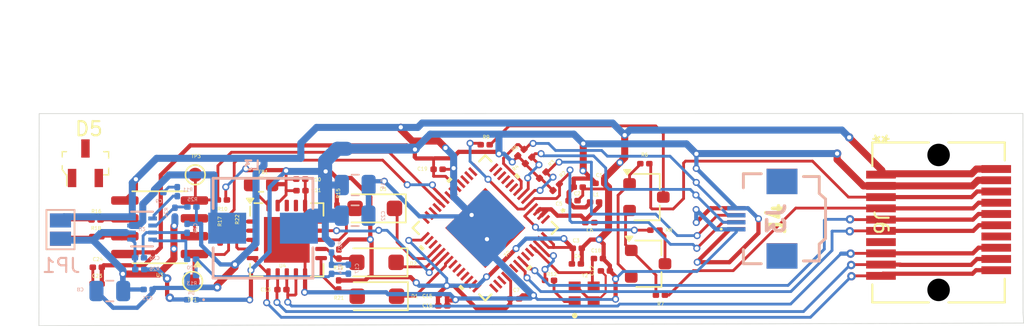
<source format=kicad_pcb>
(kicad_pcb (version 20240108) (generator "pcbnew") (generator_version "8.0")
  (layers (0 "F.Cu" signal) (31 "B.Cu" signal) (34 "B.Paste" user) (35 "F.Paste" user) (36 "B.SilkS" user "B.Silkscreen") (37 "F.SilkS" user "F.Silkscreen") (38 "B.Mask" user) (39 "F.Mask" user) (44 "Edge.Cuts" user))
  (net 0 "")
  (net 1 "/VDD3.3")
  (net 2 "GND")
  (net 3 "Net-(C12-Pad1)")
  (net 4 "/XTAL_N")
  (net 5 "Net-(C17-Pad2)")
  (net 7 "/SDA0")
  (net 8 "/GPIO0")
  (net 9 "/SCL1")
  (net 10 "/SDA1")
  (net 11 "Net-(Q1-Pad1)")
  (net 12 "Net-(Q1-Pad2)")
  (net 13 "Net-(Q1-Pad3)")
  (net 14 "Net-(Q2-Pad3)")
  (net 15 "/RX")
  (net 16 "/TX")
  (net 17 "A")
  (net 18 "B")
  (net 19 "Net-(R12-Pad1)")
  (net 20 "/XTAL_P")
  (net 21 "/DTR")
  (net 22 "/RTS")
  (net 23 "/CHIP_PU")
  (net 36 "/RX1")
  (net 48 "/TX1")
  (net 58 "Net-(C9-Pad1)")
  (net 59 "Net-(U2-SW)")
  (net 60 "Net-(U2-SS)")
  (net 61 "24V")
  (net 62 "Net-(U2-BST)")
  (net 63 "Net-(U2-FB)")
  (net 64 "Net-(C17-Pad1)")
  (net 65 "Net-(U2-PG)")
  (net 69 "Net-(U3-A)")
  (net 70 "/DIR")
  (net 71 "/RTDN-")
  (net 74 "/RTDN+")
  (net 75 "Net-(D1-A)")
  (net 76 "Net-(D2-A)")
  (net 77 "/CS")
  (net 79 "Net-(D3-A)")
  (net 80 "/SCLK")
  (net 81 "/FORCE+")
  (net 82 "Net-(U4-VDD)")
  (net 83 "Net-(U4-ISENSOR)")
  (net 84 "Net-(U4-BIAS)")
  (net 85 "/MOSI")
  (net 87 "/MISO")
  (net 88 "Net-(U2-EN)")
  (net 91 "Net-(D4-A)")
  (net 92 "Net-(U3-B)")
  (footprint "Resistor_SMD:R_0201_0603Metric" (layer "F.Cu") (at 158.153603 101.8 180)
    (property "Reference" "R6")
    (property "Value" "10k" (hide yes))
  )
  (footprint "Resistor_SMD:R_0201_0603Metric" (layer "F.Cu") (at 119.17 106.99)
    (property "Reference" "R18" (hide yes))
    (property "Value" "10R" (hide yes))
  )
  (footprint "Resistor_SMD:R_0201_0603Metric" (layer "F.Cu") (at 150.889651 102.613952 45)
    (property "Reference" "R3" (hide yes))
    (property "Value" "10k" (hide yes))
  )
  (footprint "Resistor_SMD:R_0201_0603Metric" (layer "F.Cu") (at 128.103603 104.38 180)
    (property "Reference" "R10")
    (property "Value" "10K" (hide yes))
  )
  (footprint "Capacitor_SMD:C_0201_0603Metric" (layer "F.Cu") (at 154.853603 108.55)
    (property "Reference" "C18" (hide yes))
    (property "Value" "0.1uF" (hide yes))
  )
  (footprint "Capacitor_SMD:C_0201_0603Metric" (layer "F.Cu") (at 133.678603 102.9)
    (property "Reference" "C10")
    (property "Value" "0.1uF" (hide yes))
  )
  (footprint "Capacitor_SMD:C_0201_0603Metric" (layer "F.Cu") (at 154.243603 105.99)
    (property "Reference" "C6" (hide yes))
    (property "Value" "0.1uF" (hide yes))
  )
  (footprint "digikey-footprints:ESP32 S3FN8_7X7_EXP-" (layer "F.Cu") (at 146.806342 106.369694 -135)
    (property "Reference" "U1")
    (property "Value" "ESP32-S3FN8" (hide yes))
  )
  (footprint "Capacitor_SMD:C_0201_0603Metric" (layer "F.Cu") (at 148.893603 111.41)
    (property "Reference" "C7" (hide yes))
    (property "Value" "0.1uF" (hide yes))
  )
  (footprint "Inductor_SMD:L_0603_1608Metric" (layer "F.Cu") (at 130.856103 103.29 180)
    (property "Reference" "FB1")
    (property "Value" "470R" (hide yes))
  )
  (footprint "Diode_SMD:D_SOD-123F" (layer "F.Cu") (at 139.061103 108.82 180)
    (property "Reference" "D2")
    (property "Value" "1N4148W" (hide yes))
  )
  (footprint "Package_TO_SOT_SMD:SC-59" (layer "F.Cu") (at 158.268603 104.18)
    (property "Reference" "Q2" (hide yes))
    (property "Value" "L8050QLT1G" (hide yes))
  )
  (footprint "Capacitor_SMD:C_0201_0603Metric" (layer "F.Cu") (at 153.048603 104.43)
    (property "Reference" "C5" (hide yes))
    (property "Value" "0.1uF" (hide yes))
  )
  (footprint "Capacitor_SMD:C_0201_0603Metric" (layer "F.Cu") (at 153.418603 103.47)
    (property "Reference" "C2" (hide yes))
    (property "Value" "1uF" (hide yes))
  )
  (footprint "Package_SO:SOIC-8_3.9x4.9mm_P1.27mm" (layer "F.Cu") (at 123.638603 106.325 180)
    (property "Reference" "U3")
    (property "Value" "THVD1420D" (hide yes))
  )
  (footprint "Capacitor_SMD:C_0201_0603Metric" (layer "F.Cu") (at 119.205 109.17)
    (property "Reference" "C24")
    (property "Value" "100nF" (hide yes))
  )
  (footprint "digikey-footprints:XTAL_ECS-400-10-37B2-CKM-TR" (layer "F.Cu") (at 153.838603 111.085)
    (property "Reference" "Y2")
    (property "Value" "ECS-400-10-37B2-CKM-TR" (hide yes))
  )
  (footprint "Package_DFN_QFN:TQFN-20-1EP_5x5mm_P0.65mm_EP3.25x3.25mm" (layer "F.Cu") (at 132.683603 107.2175)
    (property "Reference" "U4")
    (property "Value" "MAX31865xTP" (hide yes))
  )
  (footprint "Resistor_SMD:R_0201_0603Metric" (layer "F.Cu") (at 151.849651 103.483952 45)
    (property "Reference" "R2" (hide yes))
    (property "Value" "10k" (hide yes))
  )
  (footprint "Resistor_SMD:R_0201_0603Metric" (layer "F.Cu") (at 119.115 105.8)
    (property "Reference" "R16")
    (property "Value" "10R" (hide yes))
  )
  (footprint "Capacitor_SMD:C_0201_0603Metric" (layer "F.Cu") (at 143.788603 111.91)
    (property "Reference" "C16")
    (property "Value" "1uF" (hide yes))
  )
  (footprint "Resistor_SMD:R_0201_0603Metric" (layer "F.Cu") (at 129.123603 106.855 -90)
    (property "Reference" "R22")
    (property "Value" "400R" (hide yes))
  )
  (footprint "Resistor_SMD:R_0201_0603Metric" (layer "F.Cu") (at 127.94 107.09 -90)
    (property "Reference" "R17")
    (property "Value" "10K" (hide yes))
  )
  (footprint "Capacitor_SMD:C_0201_0603Metric" (layer "F.Cu") (at 133.693603 103.72)
    (property "Reference" "C11")
    (property "Value" "0.1uF" (hide yes))
  )
  (footprint "Inductor_SMD:L_0201_0603Metric" (layer "F.Cu") (at 154.578603 104.53)
    (property "Reference" "L1" (hide yes))
    (property "Value" "2.0nH" (hide yes))
  )
  (footprint "Capacitor_SMD:C_0201_0603Metric" (layer "F.Cu") (at 132.338603 110.76)
    (property "Reference" "C13")
    (property "Value" "10uF" (hide yes))
  )
  (footprint "Capacitor_SMD:C_0201_0603Metric" (layer "F.Cu") (at 143.808603 111.14)
    (property "Reference" "C15")
    (property "Value" "0.1uF" (hide yes))
  )
  (footprint "Resistor_SMD:R_0201_0603Metric" (layer "F.Cu") (at 151.373603 110.1 180)
    (property "Reference" "R12" (hide yes))
    (property "Value" "22R" (hide yes))
  )
  (footprint "KiCad:FFC2B3504T" (layer "F.Cu") (at 167.838603 105.71 90)
    (property "Reference" "J4")
    (property "Value" "FFC2B35-04-T" (hide yes))
  )
  (footprint "Resistor_SMD:R_0201_0603Metric" (layer "F.Cu") (at 136.253603 105.08 -90)
    (property "Reference" "R15")
    (property "Value" "10k" (hide yes))
  )
  (footprint "TestPoint:TestPoint_Pad_D1.0mm" (layer "F.Cu") (at 126.173603 102.59)
    (property "Reference" "TP3")
    (property "Value" "TestPoint" (hide yes))
  )
  (footprint "Capacitor_SMD:C_0201_0603Metric" (layer "F.Cu") (at 119.19 110.35 180)
    (property "Reference" "C23")
    (property "Value" "100nF" (hide yes))
  )
  (footprint "Resistor_SMD:R_0201_0603Metric" (layer "F.Cu") (at 158.873603 106.53 180)
    (property "Reference" "R8")
    (property "Value" "0R" (hide yes))
  )
  (footprint "Resistor_SMD:R_0201_0603Metric" (layer "F.Cu") (at 136.393603 108.225 -90)
    (property "Reference" "R19")
    (property "Value" "10k" (hide yes))
  )
  (footprint "digikey-footprints:SOT-23-3" (layer "F.Cu") (at 118.36 101.77 90)
    (property "Reference" "D5")
    (property "Value" "CDSOT23-SM712")
  )
  (footprint "TestPoint:TestPoint_Pad_D1.0mm" (layer "F.Cu") (at 125.983603 110.18)
    (property "Reference" "TP1")
    (property "Value" "TestPoint" (hide yes))
  )
  (footprint "Diode_SMD:D_SOD-123F" (layer "F.Cu") (at 138.943603 104.98 180)
    (property "Reference" "D3")
    (property "Value" "1N4148W" (hide yes))
  )
  (footprint "Resistor_SMD:R_0201_0603Metric" (layer "F.Cu") (at 149.34 101.01 45)
    (property "Reference" "R5" (hide yes))
    (property "Value" "10k" (hide yes))
  )
  (footprint "footprints14:CONN_10056847-101LF_AMP" (layer "F.Cu") (at 179.048902 105.979954 -90)
    (property "Reference" "J6")
    (property "Value" "10056847-101LF")
  )
  (footprint "Package_TO_SOT_SMD:SC-59" (layer "F.Cu") (at 158.388603 108.92)
    (property "Reference" "Q1" (hide yes))
    (property "Value" "L8050QLT1G" (hide yes))
  )
  (footprint "Diode_SMD:D_SOD-123F" (layer "F.Cu") (at 139.093603 111.23 180)
    (property "Reference" "D1")
    (property "Value" "1N4148W" (hide yes))
  )
  (footprint "Resistor_SMD:R_0201_0603Metric" (layer "F.Cu") (at 136.373603 110.425 -90)
    (property "Reference" "R21")
    (property "Value" "10k" (hide yes))
  )
  (footprint "Capacitor_SMD:C_0201_0603Metric" (layer "F.Cu") (at 154.968603 103.2)
    (property "Reference" "C1" (hide yes))
    (property "Value" "10uF" (hide yes))
  )
  (footprint "Resistor_SMD:R_0201_0603Metric" (layer "F.Cu") (at 149.879651 101.563952 45)
    (property "Reference" "R4" (hide yes))
    (property "Value" "10k" (hide yes))
  )
  (footprint "Capacitor_SMD:C_0201_0603Metric" (layer "F.Cu") (at 153.283603 108.93)
    (property "Reference" "C4" (hide yes))
    (property "Value" "10uF" (hide yes))
  )
  (footprint "Resistor_SMD:R_0201_0603Metric" (layer "F.Cu") (at 146.798603 100.45 180)
    (property "Reference" "R9" (hide yes))
    (property "Value" "0R" (hide yes))
  )
  (footprint "Resistor_SMD:R_0201_0603Metric" (layer "F.Cu") (at 159.263603 111.15 180)
    (property "Reference" "R7")
    (property "Value" "10k" (hide yes))
  )
  (footprint "Jumper:SolderJumper-2_P1.3mm_Open_Pad1.0x1.5mm" (layer "F.Cu") (at 116.583603 106.49 90)
    (property "Reference" "JP2" (hide yes))
    (property "Value" "SolderJumper_2_Open" (hide yes))
  )
  (footprint "Capacitor_SMD:C_0201_0603Metric" (layer "F.Cu") (at 153.348603 107.82)
    (property "Reference" "C3" (hide yes))
    (property "Value" "1uF" (hide yes))
  )
  (footprint "Capacitor_SMD:C_0201_0603Metric" (layer "F.Cu") (at 143.448603 102.2)
    (property "Reference" "C19" (hide yes))
    (property "Value" "0.1uF" (hide yes))
  )
  (footprint "Capacitor_SMD:C_0201_0603Metric" (layer "F.Cu") (at 155.348603 109.43)
    (property "Reference" "C12" (hide yes))
    (property "Value" "0.1uF" (hide yes))
  )
  (footprint "Resistor_SMD:R_0201_0603Metric" (layer "B.Cu") (at 124.893603 103.79 90)
    (property "Reference" "R11")
    (property "Value" "20R" (hide yes))
  )
  (footprint "Capacitor_SMD:C_0805_2012Metric" (layer "B.Cu") (at 137.543603 105.5)
    (property "Reference" "C22")
    (property "Value" "22uF(16V)" (hide yes))
  )
  (footprint "Resistor_SMD:R_0201_0603Metric" (layer "B.Cu") (at 124.723603 105.255 90)
    (property "Reference" "R24")
    (property "Value" "1M" (hide yes))
  )
  (footprint "Resistor_SMD:R_0201_0603Metric" (layer "B.Cu") (at 125.933603 104.88 180)
    (property "Reference" "R25")
    (property "Value" "NC" (hide yes))
  )
  (footprint "HCI:WE-HCI_7050" (layer "B.Cu") (at 130.993603 106.39 180)
    (property "Reference" "L3")
    (property "Value" "3.3µH" (hide yes))
  )
  (footprint "Resistor_SMD:R_0201_0603Metric" (layer "B.Cu") (at 135.873603 109.315 90)
    (property "Reference" "R14")
    (property "Value" "40.2K" (hide yes))
  )
  (footprint "KiCad:FFC2B3504T" (layer "B.Cu") (at 167.838603 105.72 -90)
    (property "Reference" "J3")
    (property "Value" "FFC2B35-04-T" (hide yes))
  )
  (footprint "Capacitor_SMD:C_0201_0603Metric" (layer "B.Cu") (at 122.818603 110.75)
    (property "Reference" "C21")
    (property "Value" "0.1uF(50V)" (hide yes))
  )
  (footprint "Capacitor_SMD:C_0201_0603Metric" (layer "B.Cu") (at 123.581103 103.85 180)
    (property "Reference" "C9")
    (property "Value" "1uF(16V)" (hide yes))
  )
  (footprint "Capacitor_SMD:C_0201_0603Metric" (layer "B.Cu") (at 137.063603 109.305 90)
    (property "Reference" "C17")
    (property "Value" "10pF(50V)" (hide yes))
  )
  (footprint "Resistor_SMD:R_0201_0603Metric" (layer "B.Cu") (at 135.863603 107.805 -90)
    (property "Reference" "R23")
    (property "Value" "10R" (hide yes))
  )
  (footprint "Resistor_SMD:R_0201_0603Metric" (layer "B.Cu") (at 125.911103 108.6)
    (property "Reference" "R20")
    (property "Value" "20K" (hide yes))
  )
  (footprint "Resistor_SMD:R_0201_0603Metric" (layer "B.Cu") (at 122.223603 109.33 180)
    (property "Reference" "R26")
    (property "Value" "65R" (hide yes))
  )
  (footprint "Resistor_SMD:R_0201_0603Metric" (layer "B.Cu") (at 125.911103 109.75)
    (property "Reference" "R13")
    (property "Value" "13K" (hide yes))
  )
  (footprint "Capacitor_SMD:C_0805_2012Metric" (layer "B.Cu") (at 137.553603 103.32)
    (property "Reference" "C14")
    (property "Value" "22uF(16V)" (hide yes))
  )
  (footprint "Capacitor_SMD:C_0805_2012Metric" (layer "B.Cu") (at 120.093603 110.86 180)
    (property "Reference" "C8")
    (property "Value" "22uF(50V)" (hide yes))
  )
  (footprint "Jumper:SolderJumper-2_P1.3mm_Open_Pad1.0x1.5mm" (layer "B.Cu") (at 116.583603 106.49 -90)
    (property "Reference" "JP1")
    (property "Value" "SolderJumper_2_Open" (hide yes))
  )
  (footprint "LED_SMD:LED_0201_0603Metric" (layer "B.Cu") (at 125.906103 111.48 180)
    (property "Reference" "D4")
    (property "Value" "LED" (hide yes))
  )
  (footprint "Capacitor_SMD:C_0201_0603Metric" (layer "B.Cu") (at 122.203603 108.49 180)
    (property "Reference" "C20")
    (property "Value" "1nF(50V)" (hide yes))
  )
  (footprint "Capacitor_SMD:C_0201_0603Metric" (layer "B.Cu") (at 125.593603 106.4 90)
    (property "Reference" "C25")
    (property "Value" "6.8nF(50V)" (hide yes))
  )
  (footprint "footprints12:SOT583_MP2393" (layer "B.Cu") (at 122.387903 106.450001)
    (property "Reference" "U2")
    (property "Value" "MP2393GTL-P" (hide yes))
  )
  (gr_line (start 185.05 98.23) (end 185.06 112.39) (stroke (width 0.05)) (layer "Edge.Cuts"))
  (gr_line (start 185.11 113.14) (end 115.05 113.33) (stroke (width 0.05)) (layer "Edge.Cuts"))
  (gr_line (start 115.05 113.33) (end 115.07 98.24) (stroke (width 0.05)) (layer "Edge.Cuts"))
  (gr_line (start 185.06 112.39) (end 185.11 113.14) (stroke (width 0.05)) (layer "Edge.Cuts"))
  (gr_line (start 115.07 98.24) (end 185.05 98.23) (stroke (width 0.05)) (layer "Edge.Cuts"))
  (segment (start 153.773603 102.285) (end 153.753603 102.305) (width 0.3) (layer "F.Cu") (net 1))
  (segment (start 143.128603 101.505) (end 143.123603 101.5) (width 0.2) (layer "F.Cu") (net 1))
  (segment (start 144.063603 110.48) (end 144.008603 110.535) (width 0.3) (layer "F.Cu") (net 1))
  (segment (start 151.077919 107.525684) (end 151.077919 107.53) (width 0.2) (layer "F.Cu") (net 1))
  (segment (start 174.953602 103.379954) (end 181.453649 103.379954) (width 0.5) (layer "F.Cu") (net 1))
  (segment (start 144.910709 100.96) (end 144.450709 101.42) (width 0.3) (layer "F.Cu") (net 1))
  (segment (start 144.450709 101.42) (end 143.203603 101.42) (width 0.3) (layer "F.Cu") (net 1))
  (segment (start 152.728603 104.517746) (end 153.120857 104.91) (width 0.3) (layer "F.Cu") (net 1))
  (segment (start 123.72 102.603603) (end 123.72 107.763603) (width 0.3) (layer "F.Cu") (net 1))
  (segment (start 141.383603 107.24) (end 141.363603 107.26) (width 0.2) (layer "F.Cu") (net 1))
  (segment (start 181.453649 103.379954) (end 181.853605 102.979998) (width 0.5) (layer "F.Cu") (net 1))
  (segment (start 149.653377 101.830226) (end 150.663377 102.840226) (width 0.2) (layer "F.Cu") (net 1))
  (segment (start 148.723603 101.68) (end 149.197329 101.206274) (width 0.2) (layer "F.Cu") (net 1))
  (segment (start 153.028603 107.82) (end 153.028603 108.865) (width 0.2) (layer "F.Cu") (net 1))
  (segment (start 149.197329 101.334178) (end 149.653377 101.790226) (width 0.2) (layer "F.Cu") (net 1))
  (segment (start 132.633603 102.3) (end 132.593603 102.26) (width 0.3) (layer "F.Cu") (net 1))
  (segment (start 161.883603 108.81) (end 161.883603 108.775) (width 0.3) (layer "F.Cu") (net 1))
  (segment (start 147.643603 100.96) (end 144.910709 100.96) (width 0.3) (layer "F.Cu") (net 1))
  (segment (start 141.217967 100.5) (end 125.823603 100.5) (width 0.3) (layer "F.Cu") (net 1))
  (segment (start 119.525 109.17) (end 119.665 109.03) (width 0.3) (layer "F.Cu") (net 1))
  (segment (start 141.793603 100.8) (end 141.793603 101.33) (width 0.3) (layer "F.Cu") (net 1))
  (segment (start 133.373603 103.72) (end 132.663603 103.72) (width 0.2) (layer "F.Cu") (net 1))
  (segment (start 154.308603 102.86) (end 153.098603 102.86) (width 0.3) (layer "F.Cu") (net 1))
  (segment (start 119.665 109.03) (end 122.54 109.03) (width 0.3) (layer "F.Cu") (net 1))
  (segment (start 150.663377 102.840226) (end 150.753377 102.840226) (width 0.2) (layer "F.Cu") (net 1))
  (segment (start 153.098603 103.47) (end 152.728603 103.84) (width 0.3) (layer "F.Cu") (net 1))
  (segment (start 141.793603 101.33) (end 141.893603 101.43) (width 0.3) (layer "F.Cu") (net 1))
  (segment (start 138.488603 109.875) (end 138.253603 110.11) (width 0.3) (layer "F.Cu") (net 1))
  (segment (start 148.612056 111.371547) (end 148.612056 110.155307) (width 0.2) (layer "F.Cu") (net 1))
  (segment (start 151.312235 107.76) (end 151.077919 107.525684) (width 0.2) (layer "F.Cu") (net 1))
  (segment (start 166.238603 106.74) (end 166.238603 105.72) (width 0.3) (layer "F.Cu") (net 1))
  (segment (start 153.613603 105.5) (end 153.923603 105.81) (width 0.3) (layer "F.Cu") (net 1))
  (segment (start 152.728603 104.43) (end 152.728603 104.517746) (width 0.3) (layer "F.Cu") (net 1))
  (segment (start 131.673603 103.26) (end 131.643603 103.29) (width 0.3) (layer "F.Cu") (net 1))
  (segment (start 148.573603 111.77) (end 148.573603 111.41) (width 0.3) (layer "F.Cu") (net 1))
  (segment (start 151.663603 107.76) (end 151.312235 107.76) (width 0.2) (layer "F.Cu") (net 1))
  (segment (start 150.671619 105.05) (end 151.49 105.05) (width 0.3) (layer "F.Cu") (net 1))
  (segment (start 132.593603 102.26) (end 129.863603 102.26) (width 0.3) (layer "F.Cu") (net 1))
  (segment (start 151.086036 106.972433) (end 151.663603 107.55) (width 0.2) (layer "F.Cu") (net 1))
  (segment (start 173.703557 103.379954) (end 174.953602 103.379954) (width 0.5) (layer "F.Cu") (net 1))
  (segment (start 119.525 110.335) (end 119.51 110.35) (width 0.2) (layer "F.Cu") (net 1))
  (segment (start 121.273603 108.11) (end 121.128603 108.255) (width 0.3) (layer "F.Cu") (net 1))
  (segment (start 150.753377 102.840226) (end 151.623377 103.710226) (width 0.2) (layer "F.Cu") (net 1))
  (segment (start 129.863603 102.26) (end 129.763603 102.16) (width 0.3) (layer "F.Cu") (net 1))
  (segment (start 146.173603 112.09) (end 148.253603 112.09) (width 0.3) (layer "F.Cu") (net 1))
  (segment (start 128.423603 104.38) (end 128.423603 104.46) (width 0.2) (layer "F.Cu") (net 1))
  (segment (start 154.648603 103.16) (end 154.648603 103.2) (width 0.3) (layer "F.Cu") (net 1))
  (segment (start 152.393603 107.13) (end 152.393603 107.185) (width 0.3) (layer "F.Cu") (net 1))
  (segment (start 120.973603 108.35) (end 121.063603 108.26) (width 0.2) (layer "F.Cu") (net 1))
  (segment (start 150.52035 105.201269) (end 150.671619 105.05) (width 0.3) (layer "F.Cu") (net 1))
  (segment (start 125.823603 100.5) (end 125.748603 100.575) (width 0.3) (layer "F.Cu") (net 1))
  (segment (start 150.803194 105.484113) (end 151.157642 105.129665) (width 0.3) (layer "F.Cu") (net 1))
  (segment (start 143.128603 102.2) (end 143.128603 101.505) (width 0.2) (layer "F.Cu") (net 1))
  (segment (start 154.408603 102.96) (end 154.308603 102.86) (width 0.3) (layer "F.Cu") (net 1))
  (segment (start 153.120857 104.91) (end 153.948603 104.91) (width 0.3) (layer "F.Cu") (net 1))
  (segment (start 144.063603 110.48) (end 143.438603 111.105) (width 0.3) (layer "F.Cu") (net 1))
  (segment (start 132.633603 102.92) (end 132.633603 103.69) (width 0.2) (layer "F.Cu") (net 1))
  (segment (start 132.653603 102.9) (end 132.633603 102.92) (width 0.2) (layer "F.Cu") (net 1))
  (segment (start 144.063603 110.48) (end 144.563603 110.48) (width 0.3) (layer "F.Cu") (net 1))
  (segment (start 149.653377 101.679774) (end 149.653377 101.790226) (width 0.2) (layer "F.Cu") (net 1))
  (segment (start 128.343603 104.3) (end 128.423603 104.38) (width 0.2) (layer "F.Cu") (net 1))
  (segment (start 151.663603 107.55) (end 151.663603 107.76) (width 0.2) (layer "F.Cu") (net 1))
  (segment (start 148.612056 110.155307) (end 148.257608 109.800859) (width 0.2) (layer "F.Cu") (net 1))
  (segment (start 153.923603 105.81) (end 153.923603 105.99) (width 0.3) (layer "F.Cu") (net 1))
  (segment (start 141.487967 100.77) (end 141.217967 100.5) (width 0.3) (layer "F.Cu") (net 1))
  (segment (start 133.358603 102.9) (end 132.653603 102.9) (width 0.2) (layer "F.Cu") (net 1))
  (segment (start 143.438603 111.105) (end 143.438603 111.14) (width 0.2) (layer "F.Cu") (net 1))
  (segment (start 144.789389 103.504214) (end 143.985175 102.7) (width 0.2) (layer "F.Cu") (net 1))
  (segment (start 130.133603 111.4) (end 130.043603 111.49) (width 0.3) (layer "F.Cu") (net 1))
  (segment (start 137.108603 107.19) (end 136.393603 107.905) (width 0.3) (layer "F.Cu") (net 1))
  (segment (start 147.778603 101.095) (end 147.643603 100.96) (width 0.3) (layer "F.Cu") (net 1))
  (segment (start 132.633603 102.3) (end 132.633603 102.92) (width 0.2) (layer "F.Cu") (net 1))
  (segment (start 153.028603 107.82) (end 152.968603 107.76) (width 0.2) (layer "F.Cu") (net 1))
  (segment (start 143.128603 102.695) (end 143.128603 102.2) (width 0.2) (layer "F.Cu") (net 1))
  (segment (start 152.728603 103.84) (end 152.728603 104.43) (width 0.3) (layer "F.Cu") (net 1))
  (segment (start 151.94 105.5) (end 153.613603 105.5) (width 0.3) (layer "F.Cu") (net 1))
  (segment (start 149.653377 101.790226) (end 149.653377 101.830226) (width 0.2) (layer "F.Cu") (net 1))
  (segment (start 132.033603 104.626512) (end 132.033603 104.78) (width 0.2) (layer "F.Cu") (net 1))
  (segment (start 146.893603 109.85) (end 146.983603 109.85) (width 0.3) (layer "F.Cu") (net 1))
  (segment (start 149.197329 101.206274) (end 149.197329 101.334178) (width 0.3) (layer "F.Cu") (net 1))
  (segment (start 143.438603 111.14) (end 143.438603 111.88) (width 0.3) (layer "F.Cu") (net 1))
  (segment (start 138.623603 104.18) (end 137.263603 102.82) (width 0.3) (layer "F.Cu") (net 1))
  (segment (start 136.253603 104.76) (end 136.243603 104.75) (width 0.2) (layer "F.Cu") (net 1))
  (segment (start 141.803603 100.79) (end 141.793603 100.8) (width 0.3) (layer "F.Cu") (net 1))
  (segment (start 152.393603 107.185) (end 153.028603 107.82) (width 0.3) (layer "F.Cu") (net 1))
  (segment (start 138.253603 110.11) (end 136.538603 110.11) (width 0.3) (layer "F.Cu") (net 1))
  (segment (start 148.253603 112.09) (end 148.573603 111.77) (width 0.3) (layer "F.Cu") (net 1))
  (segment (start 119.525 109.17) (end 119.525 110.335) (width 0.3) (layer "F.Cu") (net 1))
  (segment (start 136.243603 102.82) (end 135.773603 102.35) (width 0.3) (layer "F.Cu") (net 1))
  (segment (start 136.243603 104.75) (end 136.243603 102.82) (width 0.3) (layer "F.Cu") (net 1))
  (segment (start 146.983603 109.85) (end 148.993603 107.84) (width 0.3) (layer "F.Cu") (net 1))
  (segment (start 138.623603 107.19) (end 138.623603 104.18) (width 0.3) (layer "F.Cu") (net 1))
  (segment (start 153.098603 102.86) (end 153.098603 103.47) (width 0.3) (layer "F.Cu") (net 1))
  (segment (start 132.663603 103.72) (end 132.633603 103.69) (width 0.2) (layer "F.Cu") (net 1))
  (segment (start 171.833603 101.51) (end 173.703557 103.379954) (width 0.5) (layer "F.Cu") (net 1))
  (segment (start 144.563603 110.48) (end 146.173603 112.09) (width 0.3) (layer "F.Cu") (net 1))
  (segment (start 151.077919 107.53) (end 150.803194 107.255275) (width 0.2) (layer "F.Cu") (net 1))
  (segment (start 161.883603 108.775) (end 164.188603 106.47) (width 0.3) (layer "F.Cu") (net 1))
  (segment (start 171.833603 101.08) (end 171.833603 101.51) (width 0.5) (layer "F.Cu") (net 1))
  (segment (start 132.513603 103.26) (end 131.673603 103.26) (width 0.3) (layer "F.Cu") (net 1))
  (segment (start 153.773603 100.37) (end 153.773603 102.285) (width 0.5) (layer "F.Cu") (net 1))
  (segment (start 153.773603 102.285) (end 154.648603 103.16) (width 0.3) (layer "F.Cu") (net 1))
  (segment (start 138.713603 107.28) (end 138.713603 109.875) (width 0.3) (layer "F.Cu") (net 1))
  (segment (start 123.373603 108.11) (end 123.16 108.11) (width 0.3) (layer "F.Cu") (net 1))
  (segment (start 143.133603 102.7) (end 143.128603 102.695) (width 0.2) (layer "F.Cu") (net 1))
  (segment (start 123.16 108.11) (end 121.273603 108.11) (width 0.3) (layer "F.Cu") (net 1))
  (segment (start 154.648603 103.2) (end 154.408603 102.96) (width 0.15) (layer "F.Cu") (net 1))
  (segment (start 141.893603 101.43) (end 143.053603 101.43) (width 0.3) (layer "F.Cu") (net 1))
  (segment (start 123.72 107.763603) (end 123.41 108.073603) (width 0.3) (layer "F.Cu") (net 1))
  (segment (start 141.498603 109.875) (end 138.488603 109.875) (width 0.3) (layer "F.Cu") (net 1))
  (segment (start 137.263603 102.82) (end 136.243603 102.82) (width 0.3) (layer "F.Cu") (net 1))
  (segment (start 152.968603 107.76) (end 151.663603 107.76) (width 0.2) (layer "F.Cu") (net 1))
  (segment (start 154.968603 104.765) (end 153.923603 105.81) (width 0.3) (layer "F.Cu") (net 1))
  (segment (start 181.853605 102.979998) (end 183.153603 102.979998) (width 0.5) (layer "F.Cu") (net 1))
  (segment (start 153.753603 102.305) (end 153.793603 102.345) (width 0.15) (layer "F.Cu") (net 1))
  (segment (start 130.133603 109.38) (end 130.133603 111.4) (width 0.3) (layer "F.Cu") (net 1))
  (segment (start 138.623603 107.19) (end 138.713603 107.28) (width 0.2) (layer "F.Cu") (net 1))
  (segment (start 153.028603 108.865) (end 152.963603 108.93) (width 0.2) (layer "F.Cu") (net 1))
  (segment (start 138.623603 107.19) (end 137.108603 107.19) (width 0.3) (layer "F.Cu") (net 1))
  (segment (start 148.573603 111.41) (end 148.612056 111.371547) (width 0.2) (layer "F.Cu") (net 1))
  (segment (start 142.259081 107.24) (end 141.383603 107.24) (width 0.2) (layer "F.Cu") (net 1))
  (segment (start 133.358603 103.705) (end 133.373603 103.72) (width 0.2) (layer "F.Cu") (net 1))
  (segment (start 154.968603 104.53) (end 154.968603 104.765) (width 0.3) (layer "F.Cu") (net 1))
  (segment (start 151.49 105.05) (end 151.94 105.5) (width 0.3) (layer "F.Cu") (net 1))
  (segment (start 161.883603 108.81) (end 164.168603 108.81) (width 0.3) (layer "F.Cu") (net 1))
  (segment (start 153.948603 104.91) (end 154.328603 104.53) (width 0.3) (layer "F.Cu") (net 1))
  (segment (start 122.54 109.03) (end 123.16 108.41) (width 0.3) (layer "F.Cu") (net 1))
  (segment (start 132.633603 103.69) (end 132.633603 104.026512) (width 0.2) (layer "F.Cu") (net 1))
  (segment (start 143.985175 102.7) (end 143.133603 102.7) (width 0.2) (layer "F.Cu") (net 1))
  (segment (start 141.893603 110.27) (end 141.498603 109.875) (width 0.3) (layer "F.Cu") (net 1))
  (segment (start 128.343603 103.46) (end 128.343603 104.3) (width 0.2) (layer "F.Cu") (net 1))
  (segment (start 125.748603 100.575) (end 123.72 102.603603) (width 0.3) (layer "F.Cu") (net 1))
  (segment (start 164.168603 108.81) (end 166.238603 106.74) (width 0.3) (layer "F.Cu") (net 1))
  (segment (start 123.16 108.41) (end 123.16 108.11) (width 0.3) (layer "F.Cu") (net 1))
  (segment (start 141.793603 100.77) (end 141.487967 100.77) (width 0.3) (layer "F.Cu") (net 1))
  (segment (start 142.526648 106.972433) (end 142.259081 107.24) (width 0.2) (layer "F.Cu") (net 1))
  (segment (start 132.633603 104.026512) (end 132.033603 104.626512) (width 0.2) (layer "F.Cu") (net 1))
  (segment (start 143.438603 111.88) (end 143.468603 111.91) (width 0.2) (layer "F.Cu") (net 1))
  (via (at 144.063603 110.48) (size 0.5) (drill 0.3) (layers "F.Cu" "B.Cu") (net 1))
  (via (at 161.813603 102.135) (size 0.5) (drill 0.3) (layers "F.Cu" "B.Cu") (net 1))
  (via (at 138.623603 107.19) (size 0.5) (drill 0.3) (layers "F.Cu" "B.Cu") (net 1))
  (via (at 132.633603 102.3) (size 0.5) (drill 0.3) (layers "F.Cu" "B.Cu") (net 1))
  (via (at 153.753603 102.305) (size 0.5) (drill 0.3) (layers "F.Cu" "B.Cu") (net 1))
  (via (at 130.043603 111.49) (size 0.5) (drill 0.3) (layers "F.Cu" "B.Cu") (net 1))
  (via (at 129.763603 102.16) (size 0.5) (drill 0.3) (layers "F.Cu" "B.Cu") (net 1))
  (via (at 161.823603 101.1) (size 0.5) (drill 0.3) (layers "F.Cu" "B.Cu") (net 1))
  (via (at 141.803603 100.79) (size 0.5) (drill 0.3) (layers "F.Cu" "B.Cu") (net 1))
  (via (at 141.893603 110.27) (size 0.5) (drill 0.3) (layers "F.Cu" "B.Cu") (net 1))
  (via (at 148.993603 107.84) (size 0.5) (drill 0.3) (layers "F.Cu" "B.Cu") (net 1))
  (via (at 166.238603 105.72) (size 0.5) (drill 0.3) (layers "F.Cu" "B.Cu") (net 1))
  (via (at 147.778603 101.095) (size 0.5) (drill 0.3) (layers "F.Cu" "B.Cu") (net 1))
  (via (at 146.893603 109.85) (size 0.5) (drill 0.3) (layers "F.Cu" "B.Cu") (net 1))
  (via (at 141.363603 107.26) (size 0.5) (drill 0.3) (layers "F.Cu" "B.Cu") (net 1))
  (via (at 153.773603 100.37) (size 0.5) (drill 0.3) (layers "F.Cu" "B.Cu") (net 1))
  (via (at 130.133603 109.38) (size 0.5) (drill 0.3) (layers "F.Cu" "B.Cu") (net 1))
  (via (at 148.723603 101.68) (size 0.5) (drill 0.3) (layers "F.Cu" "B.Cu") (net 1))
  (via (at 161.883603 108.81) (size 0.5) (drill 0.3) (layers "F.Cu" "B.Cu") (net 1))
  (via (at 128.343603 103.46) (size 0.5) (drill 0.3) (layers "F.Cu" "B.Cu") (net 1))
  (via (at 152.393603 107.13) (size 0.5) (drill 0.3) (layers "F.Cu" "B.Cu") (net 1))
  (via (at 171.833603 101.08) (size 0.6) (drill 0.3) (layers "F.Cu" "B.Cu") (net 1))
  (via (at 135.45 102.35) (size 0.5) (drill 0.3) (layers "F.Cu" "B.Cu") (net 1))
  (segment (start 136.593603 105.5) (end 135.41 105.5) (width 0.5) (layer "B.Cu") (net 1))
  (segment (start 153.103603 99.7) (end 153.773603 100.37) (width 0.5) (layer "B.Cu") (net 1))
  (segment (start 136.603603 103.32) (end 135.45 103.32) (width 0.5) (layer "B.Cu") (net 1))
  (segment (start 129.66 102.16) (end 128.36 103.46) (width 0.2) (layer "B.Cu") (net 1))
  (segment (start 161.873603 102.075) (end 161.813603 102.135) (width 0.2) (layer "B.Cu") (net 1))
  (segment (start 147.778603 101.095) (end 147.778603 99.715) (width 0.5) (layer "B.Cu") (net 1))
  (segment (start 135.45 103.32) (end 135.41 103.28) (width 0.5) (layer "B.Cu") (net 1))
  (segment (start 149.703603 107.13) (end 152.393603 107.13) (width 0.3) (layer "B.Cu") (net 1))
  (segment (start 135.41 105.5) (end 135.41 103.28) (width 1) (layer "B.Cu") (net 1))
  (segment (start 135.423603 105.72) (end 135.423603 107.063603) (width 0.5) (layer "B.Cu") (net 1))
  (segment (start 141.803603 100.73) (end 136.953603 100.73) (width 0.7) (layer "B.Cu") (net 1))
  (segment (start 136.283603 100.74) (end 136.943603 100.74) (width 1) (layer "B.Cu") (net 1))
  (segment (start 135.41 101.613603) (end 136.283603 100.74) (width 1) (layer "B.Cu") (net 1))
  (segment (start 153.793603 100.39) (end 153.773603 100.37) (width 0.5) (layer "B.Cu") (net 1))
  (segment (start 161.823603 101.1) (end 161.823603 102.025) (width 0.3) (layer "B.Cu") (net 1))
  (segment (start 141.803603 100.79) (end 141.803603 100.786397) (width 0.5) (layer "B.Cu") (net 1))
  (segment (start 144.063603 110.48) (end 142.103603 110.48) (width 0.3) (layer "B.Cu") (net 1))
  (segment (start 133.543603 106.39) (end 134.433603 105.5) (width 1) (layer "B.Cu") (net 1))
  (segment (start 130.033603 111.48) (end 126.226103 111.48) (width 0.3) (layer "B.Cu") (net 1))
  (segment (start 133.543603 106.39) (end 133.543603 106.45) (width 0.3) (layer "B.Cu") (net 1))
  (segment (start 164.663603 104.97) (end 161.828603 102.135) (width 0.3) (layer "B.Cu") (net 1))
  (segment (start 136.953603 100.73) (end 136.943603 100.74) (width 0.5) (layer "B.Cu") (net 1))
  (segment (start 132.683603 102.35) (end 132.633603 102.3) (width 0.3) (layer "B.Cu") (net 1))
  (segment (start 130.043603 111.49) (end 130.033603 111.48) (width 0.3) (layer "B.Cu") (net 1))
  (segment (start 135.45 102.35) (end 132.683603 102.35) (width 0.5) (layer "B.Cu") (net 1))
  (segment (start 135.845 107.485) (end 135.863603 107.485) (width 0.5) (layer "B.Cu") (net 1))
  (segment (start 135.423603 107.063603) (end 135.845 107.485) (width 0.5) (layer "B.Cu") (net 1))
  (segment (start 166.238603 105.72) (end 165.488603 104.97) (width 0.3) (layer "B.Cu") (net 1))
  (segment (start 128.36 103.46) (end 128.343603 103.46) (width 0.2) (layer "B.Cu") (net 1))
  (segment (start 161.113603 100.39) (end 153.793603 100.39) (width 0.5) (layer "B.Cu") (net 1))
  (segment (start 131.46 103.473603) (end 131.46 108.053603) (width 0.3) (layer "B.Cu") (net 1))
  (segment (start 134.433603 105.5) (end 136.593603 105.5) (width 1) (layer "B.Cu") (net 1))
  (segment (start 161.823603 101.1) (end 161.113603 100.39) (width 0.5) (layer "B.Cu") (net 1))
  (segment (start 161.843603 101.08) (end 161.823603 101.1) (width 0.5) (layer "B.Cu") (net 1))
  (segment (start 148.138603 101.095) (end 148.723603 101.68) (width 0.3) (layer "B.Cu") (net 1))
  (segment (start 165.488603 104.97) (end 164.663603 104.97) (width 0.3) (layer "B.Cu") (net 1))
  (segment (start 135.41 103.28) (end 135.41 101.613603) (width 1) (layer "B.Cu") (net 1))
  (segment (start 144.063603 110.48) (end 144.063603 109.96) (width 0.2) (layer "B.Cu") (net 1))
  (segment (start 144.063603 110.48) (end 146.263603 110.48) (width 0.3) (layer "B.Cu") (net 1))
  (segment (start 142.103603 110.48) (end 141.893603 110.27) (width 0.3) (layer "B.Cu") (net 1))
  (segment (start 131.46 108.053603) (end 130.133603 109.38) (width 0.3) (layer "B.Cu") (net 1))
  (segment (start 161.823603 101.1) (end 161.813603 101.09) (width 0.5) (layer "B.Cu") (net 1))
  (segment (start 129.763603 102.16) (end 129.66 102.16) (width 0.2) (layer "B.Cu") (net 1))
  (segment (start 144.063603 109.96) (end 141.363603 107.26) (width 0.2) (layer "B.Cu") (net 1))
  (segment (start 161.828603 102.135) (end 161.813603 102.135) (width 0.3) (layer "B.Cu") (net 1))
  (segment (start 147.778603 101.095) (end 148.138603 101.095) (width 0.3) (layer "B.Cu") (net 1))
  (segment (start 171.833603 101.08) (end 161.843603 101.08) (width 0.5) (layer "B.Cu") (net 1))
  (segment (start 161.823603 102.025) (end 161.873603 102.075) (width 0.3) (layer "B.Cu") (net 1))
  (segment (start 142.89 99.7) (end 153.103603 99.7) (width 0.5) (layer "B.Cu") (net 1))
  (segment (start 133.543603 106.45) (end 133.618603 106.45) (width 0.2) (layer "B.Cu") (net 1))
  (segment (start 132.633603 102.3) (end 131.46 103.473603) (width 0.3) (layer "B.Cu") (net 1))
  (segment (start 133.543603 106.39) (end 134.283603 106.39) (width 1) (layer "B.Cu") (net 1))
  (segment (start 146.263603 110.48) (end 146.893603 109.85) (width 0.3) (layer "B.Cu") (net 1))
  (segment (start 141.803603 100.786397) (end 142.89 99.7) (width 0.5) (layer "B.Cu") (net 1))
  (segment (start 148.993603 107.84) (end 149.703603 107.13) (width 0.3) (layer "B.Cu") (net 1))
  (segment (start 153.668603 108.865) (end 153.603603 108.93) (width 0.2) (layer "F.Cu") (net 2))
  (segment (start 144.078603 111.88) (end 144.108603 111.91) (width 0.2) (layer "F.Cu") (net 2))
  (segment (start 141.615074 100.19) (end 143.483603 100.19) (width 0.5) (layer "F.Cu") (net 2))
  (segment (start 144.653603 111.45) (end 144.573603 111.53) (width 0.3) (layer "F.Cu") (net 2))
  (segment (start 155.573603 105.98) (end 155.573603 106.53) (width 0.5) (layer "F.Cu") (net 2))
  (segment (start 133.983603 109.655) (end 133.983603 104.39) (width 0.2) (layer "F.Cu") (net 2))
  (segment (start 155.398603 103.31) (end 155.573603 103.485) (width 0.5) (layer "F.Cu") (net 2))
  (segment (start 155.573603 103.485) (end 155.573603 105.98) (width 0.5) (layer "F.Cu") (net 2))
  (segment (start 156.723603 99.77) (end 156.723603 101.38) (width 0.5) (layer "F.Cu") (net 2))
  (segment (start 154.903603 107.2) (end 154.288603 107.2) (width 0.3) (layer "F.Cu") (net 2))
  (segment (start 121.063603 104.45) (end 121.033603 104.42) (width 0.2) (layer "F.Cu") (net 2))
  (segment (start 156.723603 101.38) (end 156.383603 101.72) (width 0.5) (layer "F.Cu") (net 2))
  (segment (start 154.903603 107.2) (end 155.223603 107.52) (width 0.3) (layer "F.Cu") (net 2))
  (segment (start 153.738603 104.06) (end 153.738603 103.47) (width 0.2) (layer "F.Cu") (net 2))
  (segment (start 144.078603 111.14) (end 144.078603 111.88) (width 0.3) (layer "F.Cu") (net 2))
  (segment (start 118.885 110.335) (end 118.87 110.35) (width 0.2) (layer "F.Cu") (net 2))
  (segment (start 155.223603 108.5) (end 155.173603 108.55) (width 0.3) (layer "F.Cu") (net 2))
  (segment (start 133.983603 110.92) (end 133.953603 110.95) (width 0.3) (layer "F.Cu") (net 2))
  (segment (start 181.743603 102.18) (end 183.153603 102.18) (width 0.5) (layer "F.Cu") (net 2))
  (segment (start 134.013603 104.75) (end 133.983603 104.78) (width 0.2) (layer "F.Cu") (net 2))
  (segment (start 121.948603 103.635) (end 121.163603 104.42) (width 0.3) (layer "F.Cu") (net 2))
  (segment (start 155.668603 109.045) (end 155.173603 108.55) (width 0.3) (layer "F.Cu") (net 2))
  (segment (start 172.693603 99.95) (end 175.013555 102.269952) (width 0.5) (layer "F.Cu") (net 2))
  (segment (start 140.793603 99.21) (end 140.793603 99.368529) (width 0.5) (layer "F.Cu") (net 2))
  (segment (start 143.483603 100.19) (end 143.973603 100.68) (width 0.5) (layer "F.Cu") (net 2))
  (segment (start 153.738603 103.47) (end 153.868603 103.6) (width 0.2) (layer "F.Cu") (net 2))
  (segment (start 172.693603 99.93) (end 172.693603 99.95) (width 0.5) (layer "F.Cu") (net 2))
  (segment (start 155.573603 106.53) (end 154.903603 107.2) (width 0.5) (layer "F.Cu") (net 2))
  (segment (start 174.953602 102.579953) (end 175.013555 102.52) (width 0.3) (layer "F.Cu") (net 2))
  (segment (start 133.983603 109.655) (end 133.983603 110.92) (width 0.3) (layer "F.Cu") (net 2))
  (segment (start 153.868603 103.6) (end 155.458603 103.6) (width 0.2) (layer "F.Cu") (net 2))
  (segment (start 144.158603 111.53) (end 144.078603 111.45) (width 0.3) (layer "F.Cu") (net 2))
  (segment (start 156.073603 111.44) (end 156.073603 110) (width 0.3) (layer "F.Cu") (net 2))
  (segment (start 155.288603 102.815) (end 156.383603 101.72) (width 0.5) (layer "F.Cu") (net 2))
  (segment (start 144.078603 111.45) (end 144.078603 111.14) (width 0.2) (layer "F.Cu") (net 2))
  (segment (start 156.073603 109.835) (end 155.668603 109.43) (width 0.3) (layer "F.Cu") (net 2))
  (segment (start 155.288603 103.2) (end 155.288603 102.815) (width 0.5) (layer "F.Cu") (net 2))
  (segment (start 149.453603 111.17) (end 149.213603 111.41) (width 0.3) (layer "F.Cu") (net 2))
  (segment (start 127.733603 110.6) (end 127.733603 110.43) (width 0.5) (layer "F.Cu") (net 2))
  (segment (start 153.668603 107.82) (end 153.753603 107.735) (width 0.25) (layer "F.Cu") (net 2))
  (segment (start 144.573603 111.53) (end 144.158603 111.53) (width 0.3) (layer "F.Cu") (net 2))
  (segment (start 155.458603 103.6) (end 155.573603 103.485) (width 0.2) (layer "F.Cu") (net 2))
  (segment (start 127.733603 110.43) (end 128.993603 109.17) (width 0.5) (layer "F.Cu") (net 2))
  (segment (start 156.073603 110) (end 156.073603 109.835) (width 0.25) (layer "F.Cu") (net 2))
  (segment (start 175.013555 102.269952) (end 175.013555 102.52) (width 0.5) (layer "F.Cu") (net 2))
  (segment (start 118.885 109.17) (end 118.885 110.335) (width 0.2) (layer "F.Cu") (net 2))
  (segment (start 150.233603 111.17) (end 149.453603 111.17) (width 0.3) (layer "F.Cu") (net 2))
  (segment (start 161.813603 105.985) (end 162.828603 104.97) (width 0.3) (layer "F.Cu") (net 2))
  (segment (start 121.023603 104.28) (end 121.163603 104.42) (width 0.2) (layer "F.Cu") (net 2))
  (segment (start 155.668603 109.43) (end 155.668603 109.045) (width 0.3) (layer "F.Cu") (net 2))
  (segment (start 144.473603 102.2) (end 144.553603 102.12) (width 0.2) (layer "F.Cu") (net 2))
  (segment (start 133.998603 102.9) (end 133.998603 103.705) (width 0.2) (layer "F.Cu") (net 2))
  (segment (start 121.948603 102.905) (end 121.948603 103.635) (width 0.3) (layer "F.Cu") (net 2))
  (segment (start 140.793603 99.368529) (end 141.615074 100.19) (width 0.5) (layer "F.Cu") (net 2))
  (segment (start 135.121103 105.9175) (end 133.983603 105.9175) (width 0.2) (layer "F.Cu") (net 2))
  (segment (start 133.998603 103.705) (end 134.013603 103.72) (width 0.2) (layer "F.Cu") (net 2))
  (segment (start 154.288603 107.2) (end 153.668603 107.82) (width 0.3) (layer "F.Cu") (net 2))
  (segment (start 175.013555 102.52) (end 181.403603 102.52) (width 0.5) (layer "F.Cu") (net 2))
  (segment (start 181.403603 102.52) (end 181.743603 102.18) (width 0.5) (layer "F.Cu") (net 2))
  (segment (start 153.668603 107.82) (end 153.668603 108.865) (width 0.3) (layer "F.Cu") (net 2))
  (segment (start 155.573603 105.98) (end 155.563603 105.99) (width 0.2) (layer "F.Cu") (net 2))
  (segment (start 144.683603 111.48) (end 144.653603 111.45) (width 0.2) (layer "F.Cu") (net 2))
  (segment (start 153.368603 104.43) (end 153.738603 104.06) (width 0.2) (layer "F.Cu") (net 2))
  (segment (start 162.828603 104.97) (end 164.663603 104.97) (width 0.3) (layer "F.Cu") (net 2))
  (segment (start 134.013603 103.72) (end 134.013603 104.75) (width 0.2) (layer "F.Cu") (net 2))
  (segment (start 155.563603 105.99) (end 154.563603 105.99) (width 0.2) (layer "F.Cu") (net 2))
  (segment (start 155.398603 103.31) (end 155.288603 103.2) (width 0.2) (layer "F.Cu") (net 2))
  (segment (start 133.983603 105.9175) (end 132.683603 107.2175) (width 0.2) (layer "F.Cu") (net 2))
  (segment (start 143.768603 102.2) (end 144.473603 102.2) (width 0.2) (layer "F.Cu") (net 2))
  (segment (start 155.223603 107.52) (end 155.223603 108.5) (width 0.3) (layer "F.Cu") (net 2))
  (segment (start 128.993603 109.17) (end 128.993603 108.97) (width 0.5) (layer "F.Cu") (net 2))
  (segment (start 154.903603 107.2) (end 154.788603 107.2) (width 0.3) (layer "F.Cu") (net 2))
  (via (at 156.723603 99.77) (size 0.5) (drill 0.3) (layers "F.Cu" "B.Cu") (net 2))
  (via (at 144.683603 111.48) (size 0.5) (drill 0.3) (layers "F.Cu" "B.Cu") (net 2))
  (via (at 154.903603 107.2) (size 0.5) (drill 0.3) (layers "F.Cu" "B.Cu") (net 2))
  (via (at 133.953603 110.95) (size 0.5) (drill 0.3) (layers "F.Cu" "B.Cu") (net 2))
  (via (at 143.973603 100.68) (size 0.5) (drill 0.3) (layers "F.Cu" "B.Cu") (net 2))
  (via (at 156.073603 110) (size 0.5) (drill 0.3) (layers "F.Cu" "B.Cu") (net 2))
  (via (at 121.948603 102.905) (size 0.5) (drill 0.3) (layers "F.Cu" "B.Cu") (net 2))
  (via (at 140.793603 99.21) (size 0.5) (drill 0.3) (layers "F.Cu" "B.Cu") (net 2))
  (via (at 146.923603 107.17) (size 0.5) (drill 0.3) (layers "F.Cu" "B.Cu") (net 2))
  (via (at 156.383603 101.72) (size 0.5) (drill 0.3) (layers "F.Cu" "B.Cu") (net 2))
  (via (at 127.733603 110.6) (size 0.6) (drill 0.3) (layers "F.Cu" "B.Cu") (net 2))
  (via (at 156.073603 111.44) (size 0.5) (drill 0.3) (layers "F.Cu" "B.Cu") (net 2))
  (via (at 150.233603 111.17) (size 0.5) (drill 0.3) (layers "F.Cu" "B.Cu") (net 2))
  (via (at 161.803603 105.065) (size 0.5) (drill 0.3) (layers "F.Cu" "B.Cu") (net 2))
  (via (at 172.693603 99.93) (size 0.6) (drill 0.3) (layers "F.Cu" "B.Cu") (net 2))
  (via (at 145.833603 105.45) (size 0.5) (drill 0.3) (layers "F.Cu" "B.Cu") (net 2))
  (via (at 161.813603 105.985) (size 0.5) (drill 0.3) (layers "F.Cu" "B.Cu") (net 2))
  (via (at 128.993603 108.97) (size 0.6) (drill 0.3) (layers "F.Cu" "B.Cu") (net 2))
  (via (at 139.623603 103.05) (size 0.5) (drill 0.3) (layers "F.Cu" "B.Cu") (net 2))
  (via (at 144.553603 102.12) (size 0.5) (drill 0.3) (layers "F.Cu" "B.Cu") (net 2))
  (segment (start 119.143603 110.86) (end 120.333603 112.05) (width 0.3) (layer "B.Cu") (net 2))
  (segment (start 127.733603 110.6) (end 125.593603 110.6) (width 0.4) (layer "B.Cu") (net 2))
  (segment (start 155.863603 98.91) (end 156.723603 99.77) (width 0.5) (layer "B.Cu") (net 2))
  (segment (start 156.073603 111.44) (end 156.053603 111.46) (width 0.2) (layer "B.Cu") (net 2))
  (segment (start 126.593603 106.08) (end 126.363603 106.08) (width 0.3) (layer "B.Cu") (net 2))
  (segment (start 130.493603 102.498529) (end 130.493603 107.47) (width 0.5) (layer "B.Cu") (net 2))
  (segment (start 123.423603 101.42) (end 133.683603 101.42) (width 0.5) (layer "B.Cu") (net 2))
  (segment (start 126.363603 106.08) (end 125.593603 106.08) (width 0.3) (layer "B.Cu") (net 2))
  (segment (start 121.693603 105.55) (end 121.663603 105.58) (width 0.5) (layer "B.Cu") (net 2))
  (segment (start 156.723603 99.77) (end 157.083603 99.41) (width 0.5) (layer "B.Cu") (net 2))
  (segment (start 161.803603 105.065) (end 161.813603 105.075) (width 0.3) (layer "B.Cu") (net 2))
  (segment (start 126.253603 105.97) (end 126.363603 106.08) (width 0.2) (layer "B.Cu") (net 2))
  (segment (start 150.175074 111.17) (end 150.233603 111.17) (width 0.5) (layer "B.Cu") (net 2))
  (segment (start 127.973603 108.97) (end 126.593603 107.59) (width 0.3) (layer "B.Cu") (net 2))
  (segment (start 145.733603 105.55) (end 142.123603 105.55) (width 0.3) (layer "B.Cu") (net 2))
  (segment (start 144.683603 111.48) (end 144.773603 111.39) (width 0.3) (layer "B.Cu") (net 2))
  (segment (start 172.173603 99.41) (end 172.693603 99.93) (width 0.5) (layer "B.Cu") (net 2))
  (segment (start 142.313603 98.91) (end 155.863603 98.91) (width 0.5) (layer "B.Cu") (net 2))
  (segment (start 138.503603 103.32) (end 138.503603 105.49) (width 0.4) (layer "B.Cu") (net 2))
  (segment (start 126.593603 107.59) (end 126.593603 106.08) (width 0.3) (layer "B.Cu") (net 2))
  (segment (start 122.038602 112.05) (end 123.138603 110.949999) (width 0.3) (layer "B.Cu") (net 2))
  (segment (start 145.833603 105.45) (end 145.733603 105.55) (width 0.3) (layer "B.Cu") (net 2))
  (segment (start 144.553603 104.116955) (end 144.553603 104.17) (width 0.3) (layer "B.Cu") (net 2))
  (segment (start 116.773603 105.64) (end 116.403603 106.01) (width 0.4) (layer "B.Cu") (net 2))
  (segment (start 121.663603 105.58) (end 116.833603 105.58) (width 0.5) (layer "B.Cu") (net 2))
  (segment (start 156.053603 111.46) (end 150.523603 111.46) (width 0.2) (layer "B.Cu") (net 2))
  (segment (start 161.86 109.47) (end 164.663603 106.666397) (width 0.2) (layer "B.Cu") (net 2))
  (segment (start 123.138603 110.75) (end 123.248603 110.64) (width 0.3) (layer "B.Cu") (net 2))
  (segment (start 142.123603 105.55) (end 139.623603 103.05) (width 0.3) (layer "B.Cu") (net 2))
  (segment (start 125.553603 110.64) (end 125.593603 110.6) (width 0.3) (layer "B.Cu") (net 2))
  (segment (start 126.253603 104.88) (end 126.253603 105.97) (width 0.2) (layer "B.Cu") (net 2))
  (segment (start 146.923603 107.17) (end 146.883297 107.129694) (width 0.3) (layer "B.Cu") (net 2))
  (segment (start 133.683603 100.34) (end 134.803603 99.22) (width 0.5) (layer "B.Cu") (net 2))
  (segment (start 131.063603 101.51) (end 131.063603 101.928529) (width 0.5) (layer "B.Cu") (net 2))
  (segment (start 156.603603 109.47) (end 161.86 109.47) (width 0.2) (layer "B.Cu") (net 2))
  (segment (start 144.773603 111.39) (end 150.013603 111.39) (width 0.3) (layer "B.Cu") (net 2))
  (segment (start 144.553603 101.26) (end 144.553603 104.116955) (width 0.5) (layer "B.Cu") (net 2))
  (segment (start 157.083603 99.41) (end 172.173603 99.41) (width 0.5) (layer "B.Cu") (net 2))
  (segment (start 123.138603 110.949999) (end 123.138603 110.75) (width 0.3) (layer "B.Cu") (net 2))
  (segment (start 150.013603 111.39) (end 150.233603 111.17) (width 0.3) (layer "B.Cu") (net 2))
  (segment (start 121.948603 102.895) (end 123.423603 101.42) (width 0.5) (layer "B.Cu") (net 2))
  (segment (start 120.333603 112.05) (end 122.038602 112.05) (width 0.3) (layer "B.Cu") (net 2))
  (segment (start 123.248603 110.64) (end 125.553603 110.64) (width 0.3) (layer "B.Cu") (net 2))
  (segment (start 138.503603 105.49) (end 138.493603 105.5) (width 0.4) (layer "B.Cu") (net 2))
  (segment (start 146.923603 107.17) (end 146.923603 107.918529) (width 0.5) (layer "B.Cu") (net 2))
  (segment (start 144.683603 111.48) (end 144.283603 111.08) (width 0.3) (layer "B.Cu") (net 2))
  (segment (start 161.803603 105.065) (end 163.208603 106.47) (width 0.3) (layer "B.Cu") (net 2))
  (segment (start 116.833603 105.58) (end 116.773603 105.64) (width 0.5) (layer "B.Cu") (net 2))
  (segment (start 125.593603 110.6) (end 125.593603 109.952499) (width 0.4) (layer "B.Cu") (net 2))
  (segment (start 139.623603 103.05) (end 138.773603 103.05) (width 0.3) (layer "B.Cu") (net 2))
  (segment (start 145.833603 105.45) (end 144.553603 104.17) (width 0.5) (layer "B.Cu") (net 2))
  (segment (start 121.693603 103.16) (end 121.693603 105.55) (width 0.5) (layer "B.Cu") (net 2))
  (segment (start 150.523603 111.46) (end 150.233603 111.17) (width 0.2) (layer "B.Cu") (net 2))
  (segment (start 121.948603 102.905) (end 121.948603 102.895) (width 0.5) (layer "B.Cu") (net 2))
  (segment (start 116.643603 105.96) (end 116.903603 105.7) (width 0.3) (layer "B.Cu") (net 2))
  (segment (start 139.883603 111.08) (end 139.753603 110.95) (width 0.3) (layer "B.Cu") (net 2))
  (segment (start 172.693603 99.93) (end 172.703603 99.94) (width 0.5) (layer "B.Cu") (net 2))
  (segment (start 139.753603 110.95) (end 133.953603 110.95) (width 0.3) (layer "B.Cu") (net 2))
  (segment (start 131.153603 101.42) (end 131.063603 101.51) (width 0.3) (layer "B.Cu") (net 2))
  (segment (start 143.973603 100.68) (end 144.553603 101.26) (width 0.5) (layer "B.Cu") (net 2))
  (segment (start 125.593603 109.952499) (end 125.591103 109.949999) (width 0.4) (layer "B.Cu") (net 2))
  (segment (start 146.923603 107.918529) (end 150.175074 111.17) (width 0.5) (layer "B.Cu") (net 2))
  (segment (start 142.003603 99.22) (end 142.313603 98.91) (width 0.5) (layer "B.Cu") (net 2))
  (segment (start 134.803603 99.22) (end 142.003603 99.22) (width 0.5) (layer "B.Cu") (net 2))
  (segment (start 131.063603 101.928529) (end 130.493603 102.498529) (width 0.5) (layer "B.Cu") (net 2))
  (segment (start 130.493603 107.47) (end 128.993603 108.97) (width 0.5) (layer "B.Cu") (net 2))
  (segment (start 125.591103 109.949999) (end 125.591103 109.75) (width 0.4) (layer "B.Cu") (net 2))
  (segment (start 161.813603 105.075) (end 161.813603 105.985) (width 0.3) (layer "B.Cu") (net 2))
  (segment (start 144.283603 111.08) (end 139.883603 111.08) (width 0.3) (layer "B.Cu") (net 2))
  (segment (start 128.993603 108.97) (end 127.973603 108.97) (width 0.3) (layer "B.Cu") (net 2))
  (segment (start 164.663603 106.666397) (end 164.663603 106.47) (width 0.2) (layer "B.Cu") (net 2))
  (segment (start 156.073603 110) (end 156.603603 109.47) (width 0.2) (layer "B.Cu") (net 2))
  (segment (start 121.948603 102.905) (end 121.693603 103.16) (width 0.5) (layer "B.Cu") (net 2))
  (segment (start 133.683603 101.42) (end 133.683603 100.34) (width 0.5) (layer "B.Cu") (net 2))
  (segment (start 138.773603 103.05) (end 138.503603 103.32) (width 0.3) (layer "B.Cu") (net 2))
  (segment (start 163.208603 106.47) (end 164.663603 106.47) (width 0.3) (layer "B.Cu") (net 2))
  (segment (start 154.36 111.61) (end 153.31 110.56) (width 0.2) (layer "F.Cu") (net 3))
  (segment (start 153.31 110.56) (end 153.163603 110.56) (width 0.2) (layer "F.Cu") (net 3))
  (segment (start 155.37 109.771397) (end 155.37 110.973603) (width 0.15) (layer "F.Cu") (net 3))
  (segment (start 154.513603 111.61) (end 154.36 111.61) (width 0.2) (layer "F.Cu") (net 3))
  (segment (start 155.37 110.973603) (end 154.733603 111.61) (width 0.15) (layer "F.Cu") (net 3))
  (segment (start 154.733603 111.61) (end 154.513603 111.61) (width 0.15) (layer "F.Cu") (net 3))
  (segment (start 155.028603 109.43) (end 155.37 109.771397) (width 0.15) (layer "F.Cu") (net 3))
  (segment (start 150.290961 107.820961) (end 150.237508 107.820961) (width 0.2) (layer "F.Cu") (net 4))
  (segment (start 152.02 109.55) (end 150.290961 107.820961) (width 0.2) (layer "F.Cu") (net 4))
  (segment (start 154.423603 109.44) (end 154.313603 109.55) (width 0.2) (layer "F.Cu") (net 4))
  (segment (start 154.513603 110.56) (end 154.423603 110.47) (width 0.2) (layer "F.Cu") (net 4))
  (segment (start 154.423603 110.47) (end 154.423603 108.66) (width 0.2) (layer "F.Cu") (net 4))
  (segment (start 154.423603 108.66) (end 154.533603 108.55) (width 0.2) (layer "F.Cu") (net 4))
  (segment (start 154.313603 109.55) (end 152.02 109.55) (width 0.2) (layer "F.Cu") (net 4))
  (segment (start 137.008603 108.94) (end 136.021103 108.94) (width 0.2) (layer "B.Cu") (net 5))
  (segment (start 135.863603 108.125) (end 135.863603 108.985) (width 0.2) (layer "B.Cu") (net 5))
  (segment (start 151.623603 102.76) (end 151.488247 102.76) (width 0.2) (layer "F.Cu") (net 7))
  (segment (start 151.933603 101.69) (end 151.235925 102.387678) (width 0.2) (layer "F.Cu") (net 7))
  (segment (start 151.488247 102.76) (end 151.115925 102.387678) (width 0.2) (layer "F.Cu") (net 7))
  (segment (start 151.235925 102.387678) (end 151.115925 102.387678) (width 0.2) (layer "F.Cu") (net 7))
  (segment (start 150.703603 103.7) (end 150.324561 103.7) (width 0.2) (layer "F.Cu") (net 7))
  (segment (start 161.873603 106.92) (end 163.323603 105.47) (width 0.2) (layer "F.Cu") (net 7))
  (segment (start 150.324561 103.7) (end 149.671821 104.35274) (width 0.2) (layer "F.Cu") (net 7))
  (segment (start 152.053603 101.69) (end 151.933603 101.69) (width 0.2) (layer "F.Cu") (net 7))
  (segment (start 163.323603 105.47) (end 164.663603 105.47) (width 0.2) (layer "F.Cu") (net 7))
  (via (at 161.873603 106.92) (size 0.5) (drill 0.3) (layers "F.Cu" "B.Cu") (net 7))
  (via (at 152.053603 101.69) (size 0.5) (drill 0.3) (layers "F.Cu" "B.Cu") (net 7))
  (via (at 151.623603 102.76) (size 0.5) (drill 0.3) (layers "F.Cu" "B.Cu") (net 7))
  (via (at 150.703603 103.7) (size 0.5) (drill 0.3) (layers "F.Cu" "B.Cu") (net 7))
  (segment (start 152.053603 101.69) (end 154.353603 101.69) (width 0.2) (layer "B.Cu") (net 7))
  (segment (start 150.703603 103.7) (end 150.703603 103.68) (width 0.2) (layer "B.Cu") (net 7))
  (segment (start 158.933603 105.39) (end 160.463603 106.92) (width 0.2) (layer "B.Cu") (net 7))
  (segment (start 154.353603 105.39) (end 158.933603 105.39) (width 0.2) (layer "B.Cu") (net 7))
  (segment (start 160.463603 106.92) (end 161.873603 106.92) (width 0.2) (layer "B.Cu") (net 7))
  (segment (start 150.703603 103.68) (end 151.623603 102.76) (width 0.2) (layer "B.Cu") (net 7))
  (segment (start 154.353603 101.69) (end 154.353603 105.39) (width 0.2) (layer "B.Cu") (net 7))
  (segment (start 152.087971 103.269724) (end 152.075925 103.257678) (width 0.2) (layer "F.Cu") (net 8))
  (segment (start 152.087971 104.055632) (end 152.087971 103.269724) (width 0.2) (layer "F.Cu") (net 8))
  (segment (start 145.723603 100.35) (end 146.478603 100.35) (width 0.2) (layer "F.Cu") (net 8))
  (segment (start 152.075925 103.187678) (end 152.075925 103.257678) (width 0.2) (layer "F.Cu") (net 8))
  (segment (start 149.560251 105.03) (end 149.954666 104.635585) (width 0.2) (layer "F.Cu") (net 8))
  (segment (start 152.833603 102.43) (end 152.075925 103.187678) (width 0.2) (layer "F.Cu") (net 8))
  (segment (start 151.862465 104.281138) (end 152.087971 104.055632) (width 0.2) (layer "F.Cu") (net 8))
  (segment (start 146.478603 100.35) (end 146.548603 100.42) (width 0.2) (layer "F.Cu") (net 8))
  (segment (start 163.703603 105.97) (end 164.663603 105.97) (width 0.2) (layer "F.Cu") (net 8))
  (segment (start 147 102.91) (end 149.12 105.03) (width 0.2) (layer "F.Cu") (net 8))
  (segment (start 152.833603 102.25) (end 152.833603 102.43) (width 0.2) (layer "F.Cu") (net 8))
  (segment (start 161.853603 107.82) (end 163.703603 105.97) (width 0.2) (layer "F.Cu") (net 8))
  (segment (start 150.309113 104.281138) (end 151.862465 104.281138) (width 0.2) (layer "F.Cu") (net 8))
  (segment (start 149.12 105.03) (end 149.560251 105.03) (width 0.2) (layer "F.Cu") (net 8))
  (segment (start 149.954665 104.635586) (end 150.309113 104.281138) (width 0.2) (layer "F.Cu") (net 8))
  (via (at 147 102.91) (size 0.5) (drill 0.3) (layers "F.Cu" "B.Cu") (net 8))
  (via (at 161.853603 107.82) (size 0.5) (drill 0.3) (layers "F.Cu" "B.Cu") (net 8))
  (via (at 145.723603 100.35) (size 0.5) (drill 0.3) (layers "F.Cu" "B.Cu") (net 8))
  (via (at 152.833603 102.25) (size 0.5) (drill 0.3) (layers "F.Cu" "B.Cu") (net 8))
  (segment (start 152.833603 102.25) (end 152.823603 102.26) (width 0.2) (layer "B.Cu") (net 8))
  (segment (start 152.833603 102.43) (end 152.833603 102.25) (width 0.2) (layer "B.Cu") (net 8))
  (segment (start 158.423603 105.98) (end 152.963603 105.98) (width 0.2) (layer "B.Cu") (net 8))
  (segment (start 152.823603 102.26) (end 152.823603 105.84) (width 0.2) (layer "B.Cu") (net 8))
  (segment (start 147 102.91) (end 145.723603 101.633603) (width 0.2) (layer "B.Cu") (net 8))
  (segment (start 161.573603 107.54) (end 159.983603 107.54) (width 0.2) (layer "B.Cu") (net 8))
  (segment (start 159.983603 107.54) (end 158.423603 105.98) (width 0.2) (layer "B.Cu") (net 8))
  (segment (start 145.723603 101.633603) (end 145.723603 100.35) (width 0.2) (layer "B.Cu") (net 8))
  (segment (start 161.853603 107.82) (end 161.573603 107.54) (width 0.2) (layer "B.Cu") (net 8))
  (segment (start 152.823603 105.84) (end 152.963603 105.98) (width 0.2) (layer "B.Cu") (net 8))
  (segment (start 149.823603 102.82) (end 149.860583 102.85698) (width 0.2) (layer "F.Cu") (net 9))
  (segment (start 149.860583 102.85698) (end 149.860583 103.598294) (width 0.2) (layer "F.Cu") (net 9))
  (segment (start 150.623603 101.88) (end 150.623603 101.855356) (width 0.2) (layer "F.Cu") (net 9))
  (segment (start 150.623603 101.855356) (end 150.105925 101.337678) (width 0.2) (layer "F.Cu") (net 9))
  (segment (start 150.353603 101.09) (end 150.105925 101.337678) (width 0.2) (layer "F.Cu") (net 9))
  (segment (start 149.860583 103.598294) (end 149.388979 104.069898) (width 0.2) (layer "F.Cu") (net 9))
  (segment (start 150.773603 101.09) (end 150.353603 101.09) (width 0.2) (layer "F.Cu") (net 9))
  (via (at 150.623603 101.88) (size 0.5) (drill 0.3) (layers "F.Cu" "B.Cu") (net 9))
  (via (at 150.773603 101.09) (size 0.5) (drill 0.3) (layers "F.Cu" "B.Cu") (net 9))
  (via (at 149.823603 102.82) (size 0.5) (drill 0.3) (layers "F.Cu" "B.Cu") (net 9))
  (via (at 161.788603 104.03) (size 0.5) (drill 0.3) (layers "F.Cu" "B.Cu") (net 9))
  (segment (start 155.613603 103.63) (end 161.388603 103.63) (width 0.2) (layer "B.Cu") (net 9))
  (segment (start 161.788603 104.03) (end 163.728603 105.97) (width 0.2) (layer "B.Cu") (net 9))
  (segment (start 163.728603 105.97) (end 164.663603 105.97) (width 0.2) (layer "B.Cu") (net 9))
  (segment (start 149.823603 102.82) (end 149.823603 102.68) (width 0.2) (layer "B.Cu") (net 9))
  (segment (start 155.373603 102.11) (end 155.373603 103.39) (width 0.2) (layer "B.Cu") (net 9))
  (segment (start 161.723603 103.965) (end 161.788603 104.03) (width 0.2) (layer "B.Cu") (net 9))
  (segment (start 161.678603 103.92) (end 161.788603 104.03) (width 0.2) (layer "B.Cu") (net 9))
  (segment (start 150.923603 101.24) (end 154.503603 101.24) (width 0.2) (layer "B.Cu") (net 9))
  (segment (start 161.388603 103.63) (end 161.788603 104.03) (width 0.2) (layer "B.Cu") (net 9))
  (segment (start 154.503603 101.24) (end 155.373603 102.11) (width 0.2) (layer "B.Cu") (net 9))
  (segment (start 155.373603 103.39) (end 155.613603 103.63) (width 0.2) (layer "B.Cu") (net 9))
  (segment (start 161.738603 103.98) (end 161.788603 104.03) (width 0.2) (layer "B.Cu") (net 9))
  (segment (start 149.823603 102.68) (end 150.623603 101.88) (width 0.2) (layer "B.Cu") (net 9))
  (segment (start 150.773603 101.09) (end 150.923603 101.24) (width 0.2) (layer "B.Cu") (net 9))
  (segment (start 149.503726 100.753726) (end 149.196801 100.446801) (width 0.2) (layer "F.Cu") (net 10))
  (segment (start 149.063199 100.446801) (end 148.103603 101.406397) (width 0.2) (layer "F.Cu") (net 10))
  (segment (start 150.043603 100.36) (end 149.649877 100.753726) (width 0.2) (layer "F.Cu") (net 10))
  (segment (start 149.649877 100.753726) (end 149.503726 100.753726) (width 0.2) (layer "F.Cu") (net 10))
  (segment (start 148.103603 101.796397) (end 149.360586 103.05338) (width 0.2) (layer "F.Cu") (net 10))
  (segment (start 149.360586 103.532607) (end 149.106137 103.787056) (width 0.2) (layer "F.Cu") (net 10))
  (segment (start 148.103603 101.406397) (end 148.103603 101.796397) (width 0.2) (layer "F.Cu") (net 10))
  (segment (start 150.203603 100.36) (end 150.043603 100.36) (width 0.2) (layer "F.Cu") (net 10))
  (segment (start 149.196801 100.446801) (end 149.063199 100.446801) (width 0.2) (layer "F.Cu") (net 10))
  (segment (start 149.360586 103.05338) (end 149.360586 103.532607) (width 0.2) (layer "F.Cu") (net 10))
  (via (at 150.203603 100.36) (size 0.5) (drill 0.3) (layers "F.Cu" "B.Cu") (net 10))
  (via (at 161.813603 103.135) (size 0.5) (drill 0.3) (layers "F.Cu" "B.Cu") (net 10))
  (segment (start 150.203603 100.36) (end 151.303603 100.36) (width 0.2) (layer "B.Cu") (net 10))
  (segment (start 151.303603 100.36) (end 151.803603 100.86) (width 0.2) (layer "B.Cu") (net 10))
  (segment (start 161.813603 103.135) (end 161.813603 103.203603) (width 0.2) (layer "B.Cu") (net 10))
  (segment (start 155.083603 100.86) (end 155.493603 101.27) (width 0.2) (layer "B.Cu") (net 10))
  (segment (start 164.08 105.47) (end 164.663603 105.47) (width 0.2) (layer "B.Cu") (net 10))
  (segment (start 159.948603 101.27) (end 161.813603 103.135) (width 0.2) (layer "B.Cu") (net 10))
  (segment (start 161.813603 103.135) (end 161.813603 103.165) (width 0.3) (layer "B.Cu") (net 10))
  (segment (start 151.803603 100.86) (end 155.083603 100.86) (width 0.2) (layer "B.Cu") (net 10))
  (segment (start 161.813603 103.203603) (end 164.08 105.47) (width 0.2) (layer "B.Cu") (net 10))
  (segment (start 155.493603 101.27) (end 159.948603 101.27) (width 0.2) (layer "B.Cu") (net 10))
  (segment (start 157.188603 107.97) (end 156.783603 107.565) (width 0.2) (layer "F.Cu") (net 11))
  (segment (start 158.943603 109.725) (end 157.188603 107.97) (width 0.2) (layer "F.Cu") (net 11))
  (segment (start 158.943603 111.15) (end 158.943603 109.725) (width 0.2) (layer "F.Cu") (net 11))
  (segment (start 156.783603 105.415) (end 157.068603 105.13) (width 0.2) (layer "F.Cu") (net 11))
  (segment (start 156.783603 107.565) (end 156.783603 105.415) (width 0.2) (layer "F.Cu") (net 11))
  (segment (start 156.253603 108.935) (end 156.253603 104.045) (width 0.2) (layer "F.Cu") (net 12))
  (segment (start 156.253603 104.045) (end 157.068603 103.23) (width 0.2) (layer "F.Cu") (net 12))
  (segment (start 157.188603 109.87) (end 156.253603 108.935) (width 0.2) (layer "F.Cu") (net 12))
  (segment (start 157.068603 102.61) (end 157.868603 101.81) (width 0.2) (layer "F.Cu") (net 12))
  (segment (start 157.068603 103.23) (end 157.068603 102.61) (width 0.2) (layer "F.Cu") (net 12))
  (segment (start 159.588603 108.92) (end 159.588603 106.925) (width 0.2) (layer "F.Cu") (net 13))
  (segment (start 159.588603 106.925) (end 159.193603 106.53) (width 0.2) (layer "F.Cu") (net 13))
  (segment (start 158.923603 99.11) (end 148.498603 99.11) (width 0.2) (layer "F.Cu") (net 14))
  (segment (start 159.47 103.791397) (end 159.47 99.656397) (width 0.2) (layer "F.Cu") (net 14))
  (segment (start 159.47 99.656397) (end 158.923603 99.11) (width 0.2) (layer "F.Cu") (net 14))
  (segment (start 159.663603 103.985) (end 159.468603 104.18) (width 0.3) (layer "F.Cu") (net 14))
  (segment (start 148.498603 99.11) (end 147.188603 100.42) (width 0.2) (layer "F.Cu") (net 14))
  (segment (start 159.663603 103.985) (end 159.47 103.791397) (width 0.2) (layer "F.Cu") (net 14))
  (segment (start 174.953602 105.779952) (end 181.493651 105.779952) (width 0.3) (layer "F.Cu") (net 15))
  (segment (start 172.753603 105.76) (end 172.773555 105.779952) (width 0.2) (layer "F.Cu") (net 15))
  (segment (start 181.893605 105.379998) (end 183.153603 105.379998) (width 0.3) (layer "F.Cu") (net 15))
  (segment (start 172.773555 105.779952) (end 174.953602 105.779952) (width 0.2) (layer "F.Cu") (net 15))
  (segment (start 150.207541 109.29) (end 150.009493 109.29) (width 0.2) (layer "F.Cu") (net 15))
  (segment (start 181.493651 105.779952) (end 181.893605 105.379998) (width 0.3) (layer "F.Cu") (net 15))
  (segment (start 150.009493 109.29) (end 149.556548 108.837055) (width 0.2) (layer "F.Cu") (net 15))
  (segment (start 150.329658 109.412117) (end 150.207541 109.29) (width 0.2) (layer "F.Cu") (net 15))
  (via (at 172.753603 105.76) (size 0.6) (drill 0.3) (layers "F.Cu" "B.Cu") (net 15))
  (via (at 150.329658 109.412117) (size 0.5) (drill 0.3) (layers "F.Cu" "B.Cu") (net 15))
  (segment (start 172.753603 105.76) (end 170.993603 105.76) (width 0.2) (layer "B.Cu") (net 15))
  (segment (start 150.329658 109.416055) (end 150.329658 109.412117) (width 0.2) (layer "B.Cu") (net 15))
  (segment (start 170.993603 105.76) (end 170.923603 105.83) (width 0.2) (layer "B.Cu") (net 15))
  (segment (start 172.753603 105.76) (end 172.603603 105.61) (width 0.2) (layer "B.Cu") (net 15))
  (segment (start 170.923603 107.88) (end 168.343603 110.46) (width 0.2) (layer "B.Cu") (net 15))
  (segment (start 170.923603 105.83) (end 170.923603 107.88) (width 0.2) (layer "B.Cu") (net 15))
  (segment (start 151.373603 110.46) (end 150.329658 109.416055) (width 0.2) (layer "B.Cu") (net 15))
  (segment (start 168.343603 110.46) (end 151.373603 110.46) (width 0.2) (layer "B.Cu") (net 15))
  (segment (start 149.863603 109.79) (end 149.643603 109.79) (width 0.2) (layer "F.Cu") (net 16))
  (segment (start 181.51865 106.579953) (end 181.918604 106.179999) (width 0.3) (layer "F.Cu") (net 16))
  (segment (start 181.918604 106.179999) (end 183.153603 106.179999) (width 0.3) (layer "F.Cu") (net 16))
  (segment (start 174.953602 106.579953) (end 181.51865 106.579953) (width 0.3) (layer "F.Cu") (net 16))
  (segment (start 172.733603 106.61) (end 172.76365 106.579953) (width 0.2) (layer "F.Cu") (net 16))
  (segment (start 149.643603 109.79) (end 149.643603 109.489796) (width 0.2) (layer "F.Cu") (net 16))
  (segment (start 149.643603 109.489796) (end 149.106138 108.952331) (width 0.2) (layer "F.Cu") (net 16))
  (segment (start 172.76365 106.579953) (end 174.953602 106.579953) (width 0.2) (layer "F.Cu") (net 16))
  (via (at 149.773603 109.92) (size 0.5) (drill 0.3) (layers "F.Cu" "B.Cu") (net 16))
  (via (at 172.733603 106.61) (size 0.6) (drill 0.3) (layers "F.Cu" "B.Cu") (net 16))
  (segment (start 172.723603 106.6) (end 171.483603 106.6) (width 0.2) (layer "B.Cu") (net 16))
  (segment (start 168.543603 110.9) (end 150.753603 110.9) (width 0.2) (layer "B.Cu") (net 16))
  (segment (start 171.473603 106.61) (end 171.473603 107.97) (width 0.2) (layer "B.Cu") (net 16))
  (segment (start 171.473603 107.97) (end 168.543603 110.9) (width 0.2) (layer "B.Cu") (net 16))
  (segment (start 150.753603 110.9) (end 149.773603 109.92) (width 0.2) (layer "B.Cu") (net 16))
  (segment (start 172.733603 106.61) (end 172.723603 106.6) (width 0.2) (layer "B.Cu") (net 16))
  (segment (start 171.483603 106.6) (end 171.473603 106.61) (width 0.2) (layer "B.Cu") (net 16))
  (segment (start 116.613603 105.8) (end 118.795 105.8) (width 0.2) (layer "F.Cu") (net 17))
  (segment (start 116.403603 106.01) (end 116.613603 105.8) (width 0.2) (layer "F.Cu") (net 17))
  (segment (start 118.795 105.8) (end 118.785 105.81) (width 0.2) (layer "F.Cu") (net 17))
  (segment (start 116.693603 107.03) (end 116.583603 107.14) (width 0.2) (layer "F.Cu") (net 18))
  (segment (start 116.403603 107.31) (end 116.463603 107.25) (width 0.2) (layer "F.Cu") (net 18))
  (segment (start 118.85 106.99) (end 118.81 107.03) (width 0.2) (layer "F.Cu") (net 18))
  (segment (start 118.81 107.03) (end 116.693603 107.03) (width 0.2) (layer "F.Cu") (net 18))
  (segment (start 152.443603 111.61) (end 151.693603 110.86) (width 0.2) (layer "F.Cu") (net 19))
  (segment (start 153.163603 111.61) (end 152.443603 111.61) (width 0.2) (layer "F.Cu") (net 19))
  (segment (start 151.693603 110.86) (end 151.693603 110.1) (width 0.2) (layer "F.Cu") (net 19))
  (segment (start 151.053603 109.32) (end 151.053603 110.1) (width 0.2) (layer "F.Cu") (net 20))
  (segment (start 151.332231 108.35) (end 150.52035 107.538119) (width 0.2) (layer "F.Cu") (net 20))
  (segment (start 151.65 108.35) (end 151.332231 108.35) (width 0.2) (layer "F.Cu") (net 20))
  (via (at 151.65 108.35) (size 0.5) (drill 0.3) (layers "F.Cu" "B.Cu") (net 20))
  (via (at 151.053603 109.32) (size 0.5) (drill 0.3) (layers "F.Cu" "B.Cu") (net 20))
  (segment (start 151.65 108.723603) (end 151.053603 109.32) (width 0.2) (layer "B.Cu") (net 20))
  (segment (start 151.65 108.35) (end 151.65 108.723603) (width 0.2) (layer "B.Cu") (net 20))
  (segment (start 164.443603 109.41) (end 168.893603 104.96) (width 0.2) (layer "F.Cu") (net 21))
  (segment (start 168.893603 104.96) (end 174.933649 104.96) (width 0.2) (layer "F.Cu") (net 21))
  (segment (start 161.603603 109.41) (end 164.443603 109.41) (width 0.2) (layer "F.Cu") (net 21))
  (segment (start 174.953602 104.979953) (end 181.50365 104.979953) (width 0.3) (layer "F.Cu") (net 21))
  (segment (start 181.50365 104.979953) (end 181.903606 104.579997) (width 0.3) (layer "F.Cu") (net 21))
  (segment (start 159.863603 111.15) (end 161.603603 109.41) (width 0.2) (layer "F.Cu") (net 21))
  (segment (start 174.933649 104.96) (end 174.953602 104.979953) (width 0.2) (layer "F.Cu") (net 21))
  (segment (start 159.583603 111.15) (end 159.863603 111.15) (width 0.2) (layer "F.Cu") (net 21))
  (segment (start 181.903606 104.579997) (end 183.153603 104.579997) (width 0.3) (layer "F.Cu") (net 21))
  (segment (start 181.39365 104.179953) (end 181.793604 103.779999) (width 0.3) (layer "F.Cu") (net 22))
  (segment (start 161.048603 101.62) (end 170.083603 101.62) (width 0.2) (layer "F.Cu") (net 22))
  (segment (start 158.573603 104.93) (end 158.663603 105.02) (width 0.2) (layer "F.Cu") (net 22))
  (segment (start 160.913603 104.28) (end 160.913603 101.755) (width 0.2) (layer "F.Cu") (net 22))
  (segment (start 172.643556 104.179953) (end 174.953602 104.179953) (width 0.2) (layer "F.Cu") (net 22))
  (segment (start 170.083603 101.62) (end 172.643556 104.179953) (width 0.2) (layer "F.Cu") (net 22))
  (segment (start 160.173603 105.02) (end 160.913603 104.28) (width 0.2) (layer "F.Cu") (net 22))
  (segment (start 160.913603 101.755) (end 161.048603 101.62) (width 0.2) (layer "F.Cu") (net 22))
  (segment (start 174.953602 104.179953) (end 181.39365 104.179953) (width 0.3) (layer "F.Cu") (net 22))
  (segment (start 158.663603 105.02) (end 160.173603 105.02) (width 0.2) (layer "F.Cu") (net 22))
  (segment (start 158.508603 101.81) (end 158.573603 101.875) (width 0.2) (layer "F.Cu") (net 22))
  (segment (start 158.573603 101.875) (end 158.573603 104.93) (width 0.2) (layer "F.Cu") (net 22))
  (segment (start 181.793604 103.779999) (end 183.153603 103.779999) (width 0.3) (layer "F.Cu") (net 22))
  (segment (start 149.613603 105.53) (end 150.108017 105.035586) (width 0.2) (layer "F.Cu") (net 23))
  (segment (start 157.408603 106.53) (end 158.553603 106.53) (width 0.2) (layer "F.Cu") (net 23))
  (segment (start 150.373603 106.32) (end 150.373603 106.29) (width 0.2) (layer "F.Cu") (net 23))
  (segment (start 150.373603 106.29) (end 149.613603 105.53) (width 0.2) (layer "F.Cu") (net 23))
  (segment (start 150.108017 105.035586) (end 150.120349 105.035586) (width 0.2) (layer "F.Cu") (net 23))
  (via (at 150.373603 106.32) (size 0.5) (drill 0.3) (layers "F.Cu" "B.Cu") (net 23))
  (via (at 157.408603 106.53) (size 0.5) (drill 0.3) (layers "F.Cu" "B.Cu") (net 23))
  (segment (start 157.388603 106.51) (end 157.398603 106.52) (width 0.2) (layer "B.Cu") (net 23))
  (segment (start 150.373603 106.32) (end 150.563603 106.51) (width 0.2) (layer "B.Cu") (net 23))
  (segment (start 157.398603 106.52) (end 157.408603 106.53) (width 0.3) (layer "B.Cu") (net 23))
  (segment (start 150.563603 106.51) (end 157.388603 106.51) (width 0.2) (layer "B.Cu") (net 23))
  (segment (start 126.093603 102.63) (end 126.178327 102.714724) (width 0.2) (layer "F.Cu") (net 36))
  (segment (start 126.113603 104.42) (end 126.273603 104.26) (width 0.2) (layer "F.Cu") (net 36))
  (segment (start 143.658018 104.635585) (end 143.615585 104.635585) (width 0.2) (layer "F.Cu") (net 36))
  (segment (start 143.615585 104.635585) (end 139.97 100.99) (width 0.2) (layer "F.Cu") (net 36))
  (segment (start 126.178327 102.714724) (end 126.178327 104.345276) (width 0.2) (layer "F.Cu") (net 36))
  (segment (start 128.743603 100.99) (end 127.783603 101.95) (width 0.2) (layer "F.Cu") (net 36))
  (segment (start 126.178327 104.345276) (end 126.078603 104.445) (width 0.2) (layer "F.Cu") (net 36))
  (segment (start 127.783603 104.38) (end 126.153603 104.38) (width 0.2) (layer "F.Cu") (net 36))
  (segment (start 126.153603 104.38) (end 126.113603 104.42) (width 0.3) (layer "F.Cu") (net 36))
  (segment (start 127.783603 101.95) (end 127.783603 104.38) (width 0.2) (layer "F.Cu") (net 36))
  (segment (start 139.97 100.99) (end 128.743603 100.99) (width 0.2) (layer "F.Cu") (net 36))
  (segment (start 141.253603 103.3) (end 139.503603 101.55) (width 0.2) (layer "F.Cu") (net 48))
  (segment (start 128.25 108.26) (end 126.013603 108.26) (width 0.2) (layer "F.Cu") (net 48))
  (segment (start 143.043603 103.45548) (end 143.940863 104.35274) (width 0.2) (layer "F.Cu") (net 48))
  (segment (start 125.823603 110.09) (end 125.763603 110.15) (width 0.2) (layer "F.Cu") (net 48))
  (segment (start 139.503603 101.55) (end 129.137867 101.55) (width 0.2) (layer "F.Cu") (net 48))
  (segment (start 125.763603 110.2) (end 126.078603 109.885) (width 0.2) (layer "F.Cu") (net 48))
  (segment (start 129.137867 101.55) (end 128.943603 101.744264) (width 0.2) (layer "F.Cu") (net 48))
  (segment (start 128.543603 107.966397) (end 128.25 108.26) (width 0.2) (layer "F.Cu") (net 48))
  (segment (start 128.943603 105.07) (end 128.543603 105.47) (width 0.2) (layer "F.Cu") (net 48))
  (segment (start 126.078603 109.885) (end 126.078603 108.255) (width 0.2) (layer "F.Cu") (net 48))
  (segment (start 143.043603 103.31) (end 143.043603 103.45548) (width 0.2) (layer "F.Cu") (net 48))
  (segment (start 128.543603 105.47) (end 128.543603 107.966397) (width 0.2) (layer "F.Cu") (net 48))
  (segment (start 128.943603 101.744264) (end 128.943603 105.07) (width 0.2) (layer "F.Cu") (net 48))
  (segment (start 125.763603 110.15) (end 125.763603 110.2) (width 0.2) (layer "F.Cu") (net 48))
  (via (at 141.253603 103.3) (size 0.5) (drill 0.3) (layers "F.Cu" "B.Cu") (net 48))
  (via (at 143.043603 103.31) (size 0.5) (drill 0.3) (layers "F.Cu" "B.Cu") (net 48))
  (segment (start 141.253603 103.3) (end 143.033603 103.3) (width 0.2) (layer "B.Cu") (net 48))
  (segment (start 143.033603 103.3) (end 143.043603 103.31) (width 0.2) (layer "B.Cu") (net 48))
  (segment (start 123.901103 103.85) (end 124.281103 103.47) (width 0.2) (layer "B.Cu") (net 58))
  (segment (start 124.281103 103.47) (end 124.893603 103.47) (width 0.2) (layer "B.Cu") (net 58))
  (segment (start 123.261103 103.85) (end 123.261103 103.658897) (width 0.4) (layer "B.Cu") (net 59))
  (segment (start 123.261103 103.658897) (end 124.32 102.6) (width 0.5) (layer "B.Cu") (net 59))
  (segment (start 124.32 102.6) (end 127.503603 102.6) (width 0.5) (layer "B.Cu") (net 59))
  (segment (start 122.143403 106.200001) (end 122.44 105.903404) (width 0.5) (layer "B.Cu") (net 59))
  (segment (start 122.44 104.671103) (end 123.261103 103.85) (width 0.5) (layer "B.Cu") (net 59))
  (segment (start 127.503603 102.6) (end 127.503603 105.45) (width 0.5) (layer "B.Cu") (net 59))
  (segment (start 121.638603 106.200001) (end 122.143403 106.200001) (width 0.5) (layer "B.Cu") (net 59))
  (segment (start 122.44 105.903404) (end 122.44 104.671103) (width 0.5) (layer "B.Cu") (net 59))
  (segment (start 127.503603 105.45) (end 128.443603 106.39) (width 0.4) (layer "B.Cu") (net 59))
  (segment (start 125.593603 106.7) (end 125.593602 106.700001) (width 0.2) (layer "B.Cu") (net 60))
  (segment (start 122.463603 108.43) (end 122.523603 108.49) (width 0.2) (layer "B.Cu") (net 60))
  (segment (start 122.692704 106.700001) (end 122.463603 106.929102) (width 0.2) (layer "B.Cu") (net 60))
  (segment (start 123.137203 106.700001) (end 122.692704 106.700001) (width 0.2) (layer "B.Cu") (net 60))
  (segment (start 125.593602 106.700001) (end 123.137203 106.700001) (width 0.2) (layer "B.Cu") (net 60))
  (segment (start 122.463603 106.929102) (end 122.463603 108.43) (width 0.2) (layer "B.Cu") (net 60))
  (segment (start 121.033603 109.65) (end 123.573383 109.65) (width 0.5) (layer "F.Cu") (net 61))
  (segment (start 124.653603 108.56978) (end 124.653603 107.86) (width 0.5) (layer "F.Cu") (net 61))
  (segment (start 123.573383 109.65) (end 124.653603 108.56978) (width 0.5) (layer "F.Cu") (net 61))
  (segment (start 121.023603 109.64) (end 121.033603 109.65) (width 0.5) (layer "F.Cu") (net 61))
  (segment (start 124.653603 106.25) (end 124.683603 106.22) (width 0.5) (layer "F.Cu") (net 61))
  (segment (start 124.653603 107.86) (end 124.653603 106.25) (width 0.5) (layer "F.Cu") (net 61))
  (via (at 121.023603 109.64) (size 0.5) (drill 0.3) (layers "F.Cu" "B.Cu") (net 61))
  (via (at 124.683603 106.22) (size 0.5) (drill 0.3) (layers "F.Cu" "B.Cu") (net 61))
  (via (at 124.653603 107.86) (size 0.5) (drill 0.3) (layers "F.Cu" "B.Cu") (net 61))
  (segment (start 121.243602 106.700001) (end 119.473602 106.700001) (width 0.5) (layer "B.Cu") (net 61))
  (segment (start 119.713603 108.07) (end 121.023603 109.38) (width 0.5) (layer "B.Cu") (net 61))
  (segment (start 116.663603 107.24) (end 118.933603 107.24) (width 0.5) (layer "B.Cu") (net 61))
  (segment (start 118.933603 107.283603) (end 119.67 108.02) (width 0.5) (layer "B.Cu") (net 61))
  (segment (start 119.473602 106.700001) (end 118.933603 107.24) (width 0.5) (layer "B.Cu") (net 61))
  (segment (start 121.153603 110.75) (end 121.043603 110.86) (width 0.3) (layer "B.Cu") (net 61))
  (segment (start 124.683603 106.22) (end 124.683603 106.11) (width 0.3) (layer "B.Cu") (net 61))
  (segment (start 124.723603 106.07) (end 124.723603 105.575) (width 0.5) (layer "B.Cu") (net 61))
  (segment (start 121.023603 109.64) (end 121.023603 110.84) (width 0.4) (layer "B.Cu") (net 61))
  (segment (start 118.933603 107.24) (end 118.933603 107.283603) (width 0.5) (layer "B.Cu") (net 61))
  (segment (start 121.023603 109.38) (end 121.023603 109.64) (width 0.5) (layer "B.Cu") (net 61))
  (segment (start 121.023603 110.84) (end 121.043603 110.86) (width 0.4) (layer "B.Cu") (net 61))
  (segment (start 116.643603 107.26) (end 116.663603 107.24) (width 0.5) (layer "B.Cu") (net 61))
  (segment (start 122.498603 110.75) (end 121.153603 110.75) (width 0.3) (layer "B.Cu") (net 61))
  (segment (start 121.638603 106.700001) (end 121.243602 106.700001) (width 0.3) (layer "B.Cu") (net 61))
  (segment (start 124.683603 106.11) (end 124.723603 106.07) (width 0.3) (layer "B.Cu") (net 61))
  (segment (start 124.593603 104.11) (end 124.936103 104.11) (width 0.2) (layer "B.Cu") (net 62))
  (segment (start 123.238603 105.7) (end 123.238603 105.465) (width 0.2) (layer "B.Cu") (net 62))
  (segment (start 123.238603 105.465) (end 124.593603 104.11) (width 0.2) (layer "B.Cu") (net 62))
  (segment (start 125.503603 108.6) (end 125.503603 107.29) (width 0.2) (layer "B.Cu") (net 63))
  (segment (start 123.227201 107.29) (end 123.137203 107.200002) (width 0.2) (layer "B.Cu") (net 63))
  (segment (start 125.503603 107.29) (end 123.227201 107.29) (width 0.2) (layer "B.Cu") (net 63))
  (segment (start 127.558603 109.84) (end 126.318603 108.6) (width 0.2) (layer "B.Cu") (net 64))
  (segment (start 126.231103 108.6) (end 126.231103 109.75) (width 0.2) (layer "B.Cu") (net 64))
  (segment (start 135.653603 109.84) (end 127.558603 109.84) (width 0.2) (layer "B.Cu") (net 64))
  (segment (start 135.943603 109.55) (end 135.653603 109.84) (width 0.2) (layer "B.Cu") (net 64))
  (segment (start 136.988603 109.6) (end 136.021102 109.6) (width 0.2) (layer "B.Cu") (net 64))
  (segment (start 121.883603 108.49) (end 121.883603 107.445002) (width 0.2) (layer "B.Cu") (net 65))
  (segment (start 121.883603 108.49) (end 121.883603 109.31) (width 0.2) (layer "B.Cu") (net 65))
  (segment (start 121.613605 107.200002) (end 121.613603 107.2) (width 0.3) (layer "B.Cu") (net 65))
  (segment (start 121.883603 107.445002) (end 121.638603 107.200002) (width 0.2) (layer "B.Cu") (net 65))
  (segment (start 121.638603 107.200002) (end 121.613605 107.200002) (width 0.3) (layer "B.Cu") (net 65))
  (segment (start 121.053603 105.8) (end 121.163603 105.69) (width 0.2) (layer "F.Cu") (net 69))
  (segment (start 119.435 105.8) (end 121.053603 105.8) (width 0.2) (layer "F.Cu") (net 69))
  (segment (start 121.043603 105.81) (end 121.163603 105.69) (width 0.2) (layer "F.Cu") (net 69))
  (segment (start 126.113603 105.69) (end 126.113603 106.96) (width 0.2) (layer "F.Cu") (net 70))
  (segment (start 133.273603 111.15) (end 132.753603 111.15) (width 0.2) (layer "F.Cu") (net 71))
  (segment (start 174.953602 108.179952) (end 172.813651 108.179952) (width 0.2) (layer "F.Cu") (net 71))
  (segment (start 132.753603 111.15) (end 132.753603 110.89) (width 0.2) (layer "F.Cu") (net 71))
  (segment (start 132.683603 109.655) (end 132.683603 110.78) (width 0.2) (layer "F.Cu") (net 71))
  (segment (start 132.683603 110.78) (end 132.623603 110.84) (width 0.2) (layer "F.Cu") (net 71))
  (segment (start 133.333603 111.09) (end 133.273603 111.15) (width 0.2) (layer "F.Cu") (net 71))
  (segment (start 132.753603 111.65) (end 132.753603 111.15) (width 0.2) (layer "F.Cu") (net 71))
  (segment (start 181.493651 108.179952) (end 181.893604 107.779999) (width 0.3) (layer "F.Cu") (net 71))
  (segment (start 133.333603 109.655) (end 133.333603 111.09) (width 0.2) (layer "F.Cu") (net 71))
  (segment (start 132.753603 110.89) (end 132.623603 110.76) (width 0.2) (layer "F.Cu") (net 71))
  (segment (start 172.813651 108.179952) (end 172.793603 108.2) (width 0.2) (layer "F.Cu") (net 71))
  (segment (start 181.893604 107.779999) (end 183.153603 107.779999) (width 0.3) (layer "F.Cu") (net 71))
  (segment (start 174.953602 108.179952) (end 181.493651 108.179952) (width 0.3) (layer "F.Cu") (net 71))
  (via (at 132.753603 111.65) (size 0.5) (drill 0.3) (layers "F.Cu" "B.Cu") (net 71))
  (via (at 172.793603 108.2) (size 0.6) (drill 0.3) (layers "F.Cu" "B.Cu") (net 71))
  (segment (start 132.753603 111.65) (end 133.033603 111.93) (width 0.2) (layer "B.Cu") (net 71))
  (segment (start 172.113603 108.2) (end 172.793603 108.2) (width 0.3) (layer "B.Cu") (net 71))
  (segment (start 156.36 111.79) (end 168.523603 111.79) (width 0.2) (layer "B.Cu") (net 71))
  (segment (start 156.22 111.93) (end 156.36 111.79) (width 0.2) (layer "B.Cu") (net 71))
  (segment (start 168.523603 111.79) (end 172.113603 108.2) (width 0.2) (layer "B.Cu") (net 71))
  (segment (start 133.033603 111.93) (end 156.22 111.93) (width 0.2) (layer "B.Cu") (net 71))
  (segment (start 176.327749 109) (end 181.363603 109) (width 0.3) (layer "F.Cu") (net 74))
  (segment (start 132.033603 109.655) (end 132.033603 110.79) (width 0.2) (layer "F.Cu") (net 74))
  (segment (start 131.983603 110.76) (end 131.983603 111.67) (width 0.2) (layer "F.Cu") (net 74))
  (segment (start 176.307702 108.979953) (end 176.327749 109) (width 0.3) (layer "F.Cu") (net 74))
  (segment (start 174.953602 108.979953) (end 176.307702 108.979953) (width 0.3) (layer "F.Cu") (net 74))
  (segment (start 132.033603 110.79) (end 131.983603 110.84) (width 0.2) (layer "F.Cu") (net 74))
  (segment (start 174.953602 108.979953) (end 172.86365 108.979953) (width 0.2) (layer "F.Cu") (net 74))
  (segment (start 181.363603 109) (end 181.783606 108.579997) (width 0.3) (layer "F.Cu") (net 74))
  (segment (start 181.783606 108.579997) (end 183.153603 108.579997) (width 0.3) (layer "F.Cu") (net 74))
  (segment (start 172.86365 108.979953) (end 172.833603 109.01) (width 0.2) (layer "F.Cu") (net 74))
  (via (at 131.983603 111.67) (size 0.5) (drill 0.3) (layers "F.Cu" "B.Cu") (net 74))
  (via (at 172.833603 109.01) (size 0.6) (drill 0.3) (layers "F.Cu" "B.Cu") (net 74))
  (segment (start 172.753603 109.01) (end 172.833603 109.01) (width 0.2) (layer "B.Cu") (net 74))
  (segment (start 169.443603 112.32) (end 172.753603 109.01) (width 0.2) (layer "B.Cu") (net 74))
  (segment (start 131.983603 111.67) (end 132.633603 112.32) (width 0.2) (layer "B.Cu") (net 74))
  (segment (start 132.633603 112.32) (end 169.443603 112.32) (width 0.2) (layer "B.Cu") (net 74))
  (segment (start 136.373603 110.745) (end 136.488603 110.86) (width 0.2) (layer "F.Cu") (net 75))
  (segment (start 137.323603 110.86) (end 137.693603 111.23) (width 0.2) (layer "F.Cu") (net 75))
  (segment (start 136.173604 110.745) (end 136.373603 110.745) (width 0.2) (layer "F.Cu") (net 75))
  (segment (start 135.121103 109.692499) (end 136.173604 110.745) (width 0.2) (layer "F.Cu") (net 75))
  (segment (start 136.488603 110.86) (end 137.323603 110.86) (width 0.2) (layer "F.Cu") (net 75))
  (segment (start 135.121103 108.5175) (end 135.121103 109.692499) (width 0.2) (layer "F.Cu") (net 75))
  (segment (start 135.121103 108.5175) (end 135.451103 108.5175) (width 0.2) (layer "F.Cu") (net 75))
  (segment (start 135.5275 107.8675) (end 136.205 108.545) (width 0.2) (layer "F.Cu") (net 76))
  (segment (start 135.121103 107.8675) (end 135.5275 107.8675) (width 0.2) (layer "F.Cu") (net 76))
  (segment (start 136.205 108.545) (end 136.393603 108.545) (width 0.2) (layer "F.Cu") (net 76))
  (segment (start 136.393603 108.545) (end 137.386103 108.545) (width 0.2) (layer "F.Cu") (net 76))
  (segment (start 137.386103 108.545) (end 137.661103 108.82) (width 0.2) (layer "F.Cu") (net 76))
  (segment (start 141.703603 108.55) (end 140.533603 107.38) (width 0.2) (layer "F.Cu") (net 77))
  (segment (start 142.646137 108.55) (end 141.703603 108.55) (width 0.2) (layer "F.Cu") (net 77))
  (segment (start 140.533603 105.51) (end 140.313603 105.29) (width 0.2) (layer "F.Cu") (net 77))
  (segment (start 140.533603 107.38) (end 140.533603 105.51) (width 0.2) (layer "F.Cu") (net 77))
  (segment (start 143.375176 107.820961) (end 142.646137 108.55) (width 0.2) (layer "F.Cu") (net 77))
  (segment (start 137.513603 105.29) (end 136.363603 105.29) (width 0.2) (layer "F.Cu") (net 79))
  (segment (start 135.121103 107.2175) (end 136.42321 107.2175) (width 0.2) (layer "F.Cu") (net 79))
  (segment (start 136.42321 107.2175) (end 136.923603 106.717107) (width 0.2) (layer "F.Cu") (net 79))
  (segment (start 136.363603 105.29) (end 136.253603 105.4) (width 0.2) (layer "F.Cu") (net 79))
  (segment (start 136.923603 106.07) (end 136.253603 105.4) (width 0.2) (layer "F.Cu") (net 79))
  (segment (start 136.923603 106.717107) (end 136.923603 106.07) (width 0.2) (layer "F.Cu") (net 79))
  (segment (start 140.781103 109.14) (end 140.461103 108.82) (width 0.2) (layer "F.Cu") (net 80))
  (segment (start 143.658018 108.103803) (end 142.621821 109.14) (width 0.2) (layer "F.Cu") (net 80))
  (segment (start 142.621821 109.14) (end 140.781103 109.14) (width 0.2) (layer "F.Cu") (net 80))
  (segment (start 175.103699 109.629854) (end 181.463749 109.629854) (width 0.3) (layer "F.Cu") (net 81))
  (segment (start 181.463749 109.629854) (end 181.713605 109.379998) (width 0.3) (layer "F.Cu") (net 81))
  (segment (start 131.303603 111.641415) (end 131.303603 109.735) (width 0.2) (layer "F.Cu") (net 81))
  (segment (start 174.953602 109.779951) (end 175.103699 109.629854) (width 0.3) (layer "F.Cu") (net 81))
  (segment (start 131.253603 111.691415) (end 131.303603 111.641415) (width 0.2) (layer "F.Cu") (net 81))
  (segment (start 130.246103 108.5175) (end 131.383603 109.655) (width 0.2) (layer "F.Cu") (net 81))
  (segment (start 172.883652 109.779951) (end 172.853603 109.81) (width 0.2) (layer "F.Cu") (net 81))
  (segment (start 181.713605 109.379998) (end 183.153603 109.379998) (width 0.3) (layer "F.Cu") (net 81))
  (segment (start 131.303603 109.735) (end 131.383603 109.655) (width 0.2) (layer "F.Cu") (net 81))
  (segment (start 174.953602 109.779951) (end 172.883652 109.779951) (width 0.2) (layer "F.Cu") (net 81))
  (via (at 172.853603 109.81) (size 0.6) (drill 0.3) (layers "F.Cu" "B.Cu") (net 81))
  (via (at 131.253603 111.691415) (size 0.5) (drill 0.3) (layers "F.Cu" "B.Cu") (net 81))
  (segment (start 132.292188 112.73) (end 169.933603 112.73) (width 0.2) (layer "B.Cu") (net 81))
  (segment (start 131.253603 111.691415) (end 132.292188 112.73) (width 0.2) (layer "B.Cu") (net 81))
  (segment (start 169.933603 112.73) (end 172.853603 109.81) (width 0.2) (layer "B.Cu") (net 81))
  (segment (start 131.383603 104.78) (end 130.068603 103.465) (width 0.2) (layer "F.Cu") (net 82))
  (segment (start 130.068603 103.465) (end 130.068603 103.29) (width 0.2) (layer "F.Cu") (net 82))
  (segment (start 129.166103 107.2175) (end 129.123603 107.175) (width 0.2) (layer "F.Cu") (net 83))
  (segment (start 130.246103 107.2175) (end 129.166103 107.2175) (width 0.2) (layer "F.Cu") (net 83))
  (segment (start 129.123603 107.175) (end 129.123603 107.75) (width 0.2) (layer "F.Cu") (net 83))
  (segment (start 130.246103 107.8675) (end 129.241103 107.8675) (width 0.2) (layer "F.Cu") (net 83))
  (segment (start 129.241103 107.8675) (end 129.123603 107.75) (width 0.2) (layer "F.Cu") (net 83))
  (segment (start 130.246103 107.8675) (end 130.246103 107.2175) (width 0.2) (layer "F.Cu") (net 83))
  (segment (start 130.246103 106.5675) (end 129.156103 106.5675) (width 0.2) (layer "F.Cu") (net 84))
  (segment (start 130.246103 105.9175) (end 129.136103 105.9175) (width 0.2) (layer "F.Cu") (net 84))
  (segment (start 129.156103 106.5675) (end 129.123603 106.535) (width 0.2) (layer "F.Cu") (net 84))
  (segment (start 129.136103 105.9175) (end 129.103603 105.95) (width 0.2) (layer "F.Cu") (net 84))
  (segment (start 129.103603 105.95) (end 129.103603 106.515) (width 0.2) (layer "F.Cu") (net 84))
  (segment (start 129.103603 106.515) (end 129.123603 106.535) (width 0.2) (layer "F.Cu") (net 84))
  (segment (start 144.223704 108.669489) (end 143.969257 108.923936) (width 0.2) (layer "F.Cu") (net 85))
  (segment (start 140.493603 111.23) (end 140.383603 111.34) (width 0.2) (layer "F.Cu") (net 85))
  (segment (start 141.813603 111.23) (end 140.493603 111.23) (width 0.2) (layer "F.Cu") (net 85))
  (segment (start 143.969257 109.074346) (end 141.813603 111.23) (width 0.2) (layer "F.Cu") (net 85))
  (segment (start 143.969257 108.923936) (end 143.969257 109.074346) (width 0.2) (layer "F.Cu") (net 85))
  (segment (start 136.223603 106.5675) (end 136.333603 106.6775) (width 0.2) (layer "F.Cu") (net 87))
  (segment (start 142.816893 109.510616) (end 143.940862 108.386647) (width 0.2) (layer "F.Cu") (net 87))
  (segment (start 142.816893 109.545521) (end 142.816893 109.510616) (width 0.2) (layer "F.Cu") (net 87))
  (segment (start 136.223603 106.5675) (end 135.121103 106.5675) (width 0.2) (layer "F.Cu") (net 87))
  (via (at 142.816893 109.545521) (size 0.5) (drill 0.3) (layers "F.Cu" "B.Cu") (net 87))
  (via (at 136.223603 106.5675) (size 0.5) (drill 0.3) (layers "F.Cu" "B.Cu") (net 87))
  (via (at 139.223603 106.54) (size 0.5) (drill 0.3) (layers "F.Cu" "B.Cu") (net 87))
  (segment (start 142.816893 109.545521) (end 142.816893 109.54329) (width 0.2) (layer "B.Cu") (net 87))
  (segment (start 139.813603 106.54) (end 139.223603 106.54) (width 0.2) (layer "B.Cu") (net 87))
  (segment (start 139.173603 106.59) (end 136.246103 106.59) (width 0.2) (layer "B.Cu") (net 87))
  (segment (start 142.816893 109.54329) (end 139.813603 106.54) (width 0.2) (layer "B.Cu") (net 87))
  (segment (start 139.223603 106.54) (end 139.173603 106.59) (width 0.2) (layer "B.Cu") (net 87))
  (segment (start 136.246103 106.59) (end 136.223603 106.5675) (width 0.2) (layer "B.Cu") (net 87))
  (segment (start 125.613603 104.88) (end 124.778603 104.88) (width 0.2) (layer "B.Cu") (net 88))
  (segment (start 124.778603 104.88) (end 124.723603 104.935) (width 0.2) (layer "B.Cu") (net 88))
  (segment (start 124.658603 104.935) (end 124.723603 104.935) (width 0.2) (layer "B.Cu") (net 88))
  (segment (start 123.393602 106.200001) (end 124.658603 104.935) (width 0.2) (layer "B.Cu") (net 88))
  (segment (start 123.137203 106.200001) (end 123.393602 106.200001) (width 0.2) (layer "B.Cu") (net 88))
  (segment (start 124.170496 111.146893) (end 124.363603 111.34) (width 0.3) (layer "F.Cu") (net 91))
  (segment (start 124.170496 109.972126) (end 124.170496 111.146893) (width 0.3) (layer "F.Cu") (net 91))
  (via (at 124.170496 109.972126) (size 0.6) (drill 0.3) (layers "F.Cu" "B.Cu") (net 91))
  (via (at 124.363603 111.34) (size 0.6) (drill 0.3) (layers "F.Cu" "B.Cu") (net 91))
  (segment (start 124.363603 111.34) (end 124.483603 111.46) (width 0.3) (layer "B.Cu") (net 91))
  (segment (start 123.52837 109.33) (end 124.170496 109.972126) (width 0.3) (layer "B.Cu") (net 91))
  (segment (start 122.543603 109.33) (end 123.52837 109.33) (width 0.3) (layer "B.Cu") (net 91))
  (segment (start 124.483603 111.46) (end 125.528603 111.46) (width 0.3) (layer "B.Cu") (net 91))
  (segment (start 119.52 106.96) (end 119.445 107.035) (width 0.2) (layer "F.Cu") (net 92))
  (segment (start 121.163603 106.96) (end 119.52 106.96) (width 0.2) (layer "F.Cu") (net 92))
  (segment (start 120.953603 107.17) (end 121.163603 106.96) (width 0.2) (layer "F.Cu") (net 92))
  (zone (net 2) (net_name "GND") (layers "F&B.Cu") (connect_pads (clearance 0.5)) (min_thickness 0.25) (fill yes (thermal_gap 0.5) (thermal_bridge_width 0.5))
    (polygon (pts (xy 143.973603 106.37) (xy 146.813603 103.51) (xy 149.633603 106.34) (xy 146.823603 109.24) (xy 143.953603 106.34)))
  )
)
</source>
